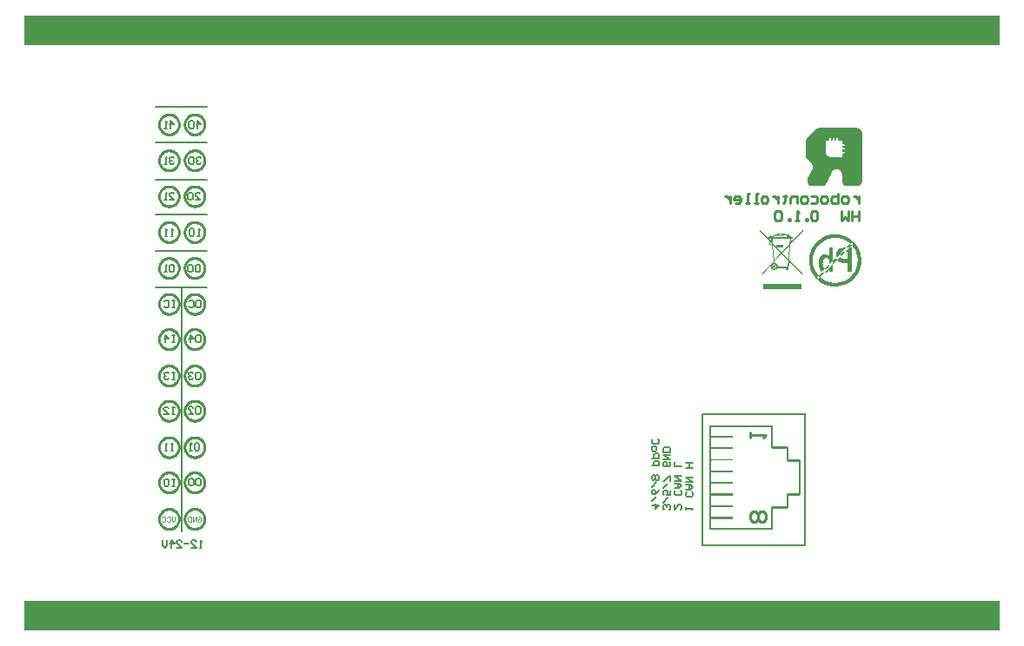
<source format=gbo>
%FSTAX25Y25*%
%MOIN*%
%SFA1B1*%

%IPPOS*%
%ADD56C,0.010000*%
%ADD71C,0.001000*%
%ADD75C,0.007090*%
%ADD76R,3.740160X0.118110*%
%ADD119C,0.002000*%
%ADD120C,0.004720*%
%LNrobocontroller-1*%
%LPD*%
G36*
X0311638Y-0084061D02*
X0312365Y-0084157D01*
X031269Y-0084214*
X0313015Y-0084272*
X0313321Y-0084348*
X0313608Y-0084425*
X0313857Y-0084501*
X0314087Y-0084578*
X0314278Y-0084635*
X031445Y-0084693*
X0314584Y-008475*
X0314699Y-0084788*
X0314756Y-0084807*
X0314775Y-0084827*
X0315445Y-0085152*
X0316057Y-0085496*
X0316612Y-008586*
X031686Y-0086032*
X0317071Y-0086204*
X0317281Y-0086357*
X0317473Y-008651*
X0317625Y-0086644*
X0317759Y-0086759*
X0317874Y-0086854*
X0317951Y-0086931*
X0317989Y-0086969*
X0318008Y-0086988*
X0318486Y-0087505*
X0318926Y-008806*
X031929Y-0088595*
X0319596Y-0089093*
X031973Y-0089303*
X0319845Y-0089513*
X031994Y-0089705*
X0320017Y-0089858*
X0320093Y-0089992*
X0320132Y-0090087*
X0320151Y-0090145*
X032017Y-0090164*
X0320419Y-0090852*
X032061Y-0091541*
X0320744Y-0092192*
X0320801Y-0092498*
X0320839Y-0092804*
X0320878Y-0093072*
X0320897Y-0093301*
X0320916Y-0093531*
Y-0093703*
X0320935Y-0093856*
Y-0093971*
Y-0094047*
Y-0094066*
X0320897Y-0094813*
X032082Y-0095539*
X0320763Y-0095865*
X0320686Y-009619*
X0320629Y-0096496*
X0320552Y-0096783*
X0320476Y-0097031*
X0320419Y-0097261*
X0320342Y-0097452*
X0320285Y-0097625*
X0320246Y-0097759*
X0320208Y-0097873*
X032017Y-0097931*
Y-009795*
X0319845Y-0098619*
X03195Y-0099231*
X0319137Y-0099786*
X0318965Y-0100035*
X0318793Y-0100245*
X0318639Y-0100456*
X0318486Y-0100647*
X0318353Y-01008*
X0318238Y-0100934*
X0318142Y-0101049*
X0318066Y-0101125*
X0318027Y-0101164*
X0318008Y-0101183*
X0317473Y-0101661*
X0316918Y-0102101*
X0316382Y-0102464*
X0315885Y-010277*
X0315655Y-0102904*
X0315445Y-0103019*
X0315253Y-0103096*
X03151Y-0103191*
X0314967Y-0103249*
X0314871Y-0103287*
X0314813Y-0103325*
X0314794*
X0314106Y-0103574*
X0313417Y-0103765*
X0312767Y-0103899*
X031246Y-0103957*
X0312154Y-0103995*
X0311887Y-0104033*
X0311638Y-0104052*
X0311427Y-0104071*
X0311236*
X0311102Y-010409*
X0310892*
X0310127Y-0104052*
X0309419Y-0103976*
X0308749Y-0103842*
X0308462Y-0103784*
X0308175Y-0103708*
X0307908Y-0103631*
X0307678Y-0103574*
X0307487Y-0103498*
X0307314Y-010344*
X0307181Y-0103402*
X0307066Y-0103364*
X0307008Y-0103325*
X0306989*
X030632Y-0103019*
X0305708Y-0102675*
X0305421Y-0102484*
X0305172Y-0102311*
X0304923Y-0102139*
X0304694Y-0101967*
X0304502Y-0101814*
X0304311Y-0101661*
X0304158Y-0101527*
X0304024Y-0101412*
X0303928Y-0101317*
X0303852Y-010124*
X0303814Y-0101202*
X0303795Y-0101183*
X0303316Y-0100647*
X0302895Y-0100092*
X0302513Y-0099557*
X0302207Y-0099059*
X0302092Y-009883*
X0301977Y-0098619*
X0301882Y-0098428*
X0301786Y-0098275*
X0301729Y-0098141*
X030169Y-0098045*
X0301652Y-0097988*
Y-0097969*
X0301384Y-009728*
X0301193Y-0096592*
X030104Y-0095941*
X0300982Y-0095635*
X0300944Y-0095329*
X0300906Y-0095061*
X0300887Y-0094813*
X0300868Y-0094602*
Y-0094411*
X0300849Y-0094277*
Y-0094162*
Y-0094086*
Y-0094066*
X0300887Y-0093301*
X0300982Y-0092574*
X030104Y-009223*
X0301097Y-0091924*
X0301174Y-0091618*
X030125Y-0091331*
X0301327Y-0091082*
X0301403Y-0090852*
X0301461Y-0090642*
X0301518Y-0090489*
X0301575Y-0090336*
X0301614Y-009024*
X0301633Y-0090183*
X0301652Y-0090164*
X0301977Y-0089513*
X0302322Y-0088901*
X0302666Y-0088366*
X0302857Y-0088117*
X030301Y-0087887*
X0303182Y-0087696*
X0303316Y-0087505*
X030345Y-0087352*
X0303565Y-0087237*
X0303661Y-0087122*
X0303737Y-0087046*
X0303775Y-0087007*
X0303795Y-0086988*
X0304311Y-0086491*
X0304847Y-008607*
X0305382Y-0085707*
X030588Y-0085381*
X0306109Y-0085267*
X030632Y-0085152*
X0306511Y-0085056*
X0306664Y-0084961*
X0306798Y-0084903*
X0306894Y-0084865*
X0306951Y-0084827*
X030697*
X0307659Y-0084559*
X0308348Y-0084368*
X0309017Y-0084214*
X0309323Y-0084157*
X030961Y-0084119*
X0309897Y-008408*
X0310127Y-0084061*
X0310356Y-0084042*
X0310528*
X0310681Y-0084023*
X0310892*
X0311638Y-0084061*
G37*
G36*
X0298494Y-0082829D02*
X0293787Y-008793D01*
X0293312Y-0093932*
X029833Y-0099082*
X0298051Y-0099328*
X0293263Y-0094424*
X029318Y-0095556*
X0293148Y-0095867*
X0293131Y-0096015*
Y-009613*
X0293115Y-0096228*
Y-009631*
Y-0096359*
Y-0096376*
Y-0096507*
X0293098Y-0096605*
Y-0096671*
Y-0096737*
X0293082Y-0096769*
Y-0096786*
Y-0096802*
X0293066Y-0096884*
X0293033Y-009695*
X0293017Y-0096983*
X0293Y-0096999*
X0292951Y-0097032*
X0292918Y-0097048*
X0292885Y-0097065*
Y-0097688*
X0292065*
Y-0097065*
X0288687*
X0288523Y-0097278*
X0288342Y-0097442*
X0288146Y-0097557*
X0287949Y-0097639*
X0287785Y-0097688*
X0287637Y-0097704*
X0287539Y-0097721*
X0287506*
X0287309Y-0097704*
X0287129Y-0097655*
X0286965Y-0097589*
X0286817Y-0097524*
X0286702Y-0097458*
X028662Y-0097393*
X0286571Y-0097343*
X0286555Y-0097327*
X0286424Y-0097179*
X0286325Y-0097015*
X0286243Y-0096851*
X0286194Y-0096687*
X0286161Y-0096556*
X0286145Y-0096458*
Y-0096392*
Y-0096359*
Y-0096195*
X0283193Y-0099393*
X0282865Y-0099131*
X0287211Y-0094424*
X028662Y-0088225*
X0285489*
Y-0086569*
X0285538*
X028193Y-0082879*
Y-0082288*
X0286128Y-0086569*
X0286473*
X0286407Y-0085765*
X0286309Y-0085814*
X028621Y-0085847*
X0286145Y-0085863*
X0286112*
X0286014Y-0085847*
X0285915Y-0085831*
X0285768Y-0085765*
X0285669Y-0085716*
X0285636Y-0085683*
X0285571Y-0085601*
X0285522Y-0085535*
X0285456Y-0085371*
Y-0085322*
X028544Y-0085273*
Y-008524*
Y-0085224*
X0285456Y-0085125*
X0285472Y-0085043*
X0285538Y-0084896*
X028562Y-0084814*
X0285636Y-0084781*
X0285653*
X0285735Y-0084715*
X0285801Y-0084666*
X0285948Y-0084601*
X0286014*
X0286063Y-0084584*
X0286112*
X0286227Y-0084601*
X0286325Y-008465*
X0286489Y-0084748*
X0286588Y-008483*
X0286604Y-0084863*
X028662Y-0084879*
X0286719Y-0084781*
X0286817Y-0084683*
X0287047Y-0084519*
X0287162Y-0084453*
X0287244Y-0084404*
X0287309Y-0084371*
X0287326Y-0084355*
X0287523Y-0084256*
X0287752Y-0084174*
X0287998Y-0084109*
X0288228Y-0084059*
X0288441Y-008401*
X0288621Y-0083977*
X0288687*
X0288736Y-0083961*
X0288785*
Y-0083748*
X0291065*
Y-0083879*
X0291311Y-0083912*
X0291524Y-0083928*
X0291622Y-0083945*
X0291688*
X0291721Y-0083961*
X0291737*
X029195Y-0083994*
X0292147Y-0084027*
X0292213*
X0292262Y-0084043*
X0292311*
Y-0083977*
X0293148*
Y-0084305*
X0293361Y-008442*
X0293525Y-0084535*
X0293656Y-0084633*
X0293755Y-0084732*
X0293836Y-0084814*
X0293886Y-0084879*
X0293902Y-0084912*
X0293918Y-0084929*
X0293968Y-0085027*
X0294017Y-0085109*
X029405Y-0085175*
X0294082Y-0085207*
X0294099Y-0085257*
X0294115Y-0085273*
X0294607*
Y-0085781*
X0293968*
X0293836Y-0087225*
X0298494Y-0082173*
Y-0082829*
G37*
G36*
X029792Y-0105166D02*
X0283406D01*
Y-0103001*
X029792*
Y-0105166*
G37*
%LNrobocontroller-2*%
%LPC*%
G36*
X03173Y-0087046D02*
X0316674Y-0087672D01*
X0317013Y-0087983*
X0317033Y-0088002*
X0317071Y-008804*
X0317128Y-0088098*
X0317205Y-0088194*
X0317272Y-0088261*
X031627Y-0089265*
X0317224*
Y-0098562*
X0315636*
Y-0095023*
X0314201*
X0313857Y-0095004*
X0313551Y-0094985*
X0313321Y-0094965*
X0313149Y-0094946*
X0313034Y-0094927*
X0312958Y-0094908*
X0312939*
X0312614Y-0094774*
X031248Y-0094717*
X0312365Y-009464*
X0312269Y-0094564*
X0312193Y-0094525*
X0312154Y-0094487*
X0312135Y-0094468*
X0311982Y-0094334*
X0311848Y-0094181*
X0311734Y-0094028*
X0311642Y-0093899*
X0310146Y-0095397*
Y-0098562*
X0308749*
Y-0097567*
X0308596Y-0097778*
X0308462Y-009795*
X0308328Y-0098084*
X0308194Y-0098218*
X030808Y-0098313*
X0308003Y-0098371*
X0307946Y-0098409*
X0307927Y-0098428*
X0307754Y-0098524*
X0307563Y-00986*
X030741Y-0098638*
X0307257Y-0098677*
X0307142Y-0098696*
X0307028Y-0098715*
X0306833*
X0305082Y-0100468*
X0305229Y-0100609*
X0305708Y-0100972*
X0306167Y-0101278*
X0306588Y-0101546*
X0306779Y-0101661*
X030697Y-0101757*
X0307123Y-0101833*
X0307257Y-010191*
X0307372Y-0101948*
X0307448Y-0101986*
X0307506Y-0102024*
X0307525*
X0308118Y-0102254*
X0308711Y-0102407*
X0309285Y-0102522*
X0309801Y-0102618*
X0310031Y-0102637*
X0310241Y-0102656*
X0310433Y-0102675*
X0310586*
X031072Y-0102694*
X0310892*
X0311542Y-0102656*
X0312174Y-0102579*
X0312747Y-0102484*
X0312996Y-0102426*
X0313245Y-010235*
X0313455Y-0102292*
X0313666Y-0102235*
X0313838Y-0102178*
X0313991Y-010212*
X0314106Y-0102082*
X0314182Y-0102044*
X031424Y-0102024*
X0314259*
X0314832Y-0101757*
X0315349Y-0101451*
X0315827Y-0101145*
X0316229Y-0100857*
X0316401Y-0100724*
X0316554Y-010059*
X0316688Y-0100475*
X0316803Y-0100379*
X0316899Y-0100303*
X0316956Y-0100245*
X0316994Y-0100207*
X0317013Y-0100188*
X0317434Y-0099729*
X0317798Y-009927*
X0318104Y-0098811*
X0318372Y-0098371*
X0318486Y-0098179*
X0318582Y-0097988*
X0318659Y-0097835*
X0318735Y-0097701*
X0318773Y-0097586*
X0318812Y-009751*
X031885Y-0097452*
Y-0097433*
X0319079Y-009684*
X0319233Y-0096228*
X0319347Y-0095673*
X0319443Y-0095157*
X0319462Y-0094927*
X0319481Y-0094717*
X03195Y-0094525*
Y-0094372*
X0319519Y-0094239*
Y-0094143*
Y-0094086*
Y-0094066*
X0319481Y-0093416*
X0319405Y-0092785*
X0319309Y-009223*
X0319252Y-0091962*
X0319175Y-0091733*
X0319118Y-0091503*
X031906Y-0091312*
X0319003Y-009114*
X0318946Y-0090987*
X0318907Y-0090872*
X0318869Y-0090795*
X031885Y-0090738*
Y-0090719*
X0318582Y-0090145*
X0318276Y-0089628*
X031797Y-008915*
X0317683Y-0088748*
X0317549Y-0088576*
X0317415Y-0088423*
X03173Y-0088289*
X0317272Y-0088261*
X0317874Y-0087658*
X03173Y-0087046*
G37*
G36*
X0311064Y-0085439D02*
X0310892D01*
X0310241Y-0085477*
X030961Y-0085553*
X0309036Y-0085649*
X0308787Y-0085726*
X0308539Y-0085783*
X0308328Y-008584*
X0308118Y-0085917*
X0307946Y-0085974*
X0307793Y-0086013*
X0307678Y-008607*
X0307601Y-0086089*
X0307544Y-0086127*
X0307525*
X0306951Y-0086395*
X0306434Y-0086701*
X0305956Y-0087007*
X0305555Y-0087313*
X0305382Y-0087447*
X0305229Y-0087581*
X0305095Y-0087696*
X0305Y-0087792*
X0304904Y-0087868*
X0304847Y-0087926*
X0304808Y-0087964*
X0304789Y-0087983*
X0304388Y-0088423*
X0304024Y-0088901*
X0303699Y-008936*
X0303431Y-0089781*
X0303335Y-0089973*
X030324Y-0090164*
X0303144Y-0090317*
X0303087Y-0090451*
X0303029Y-0090566*
X0302991Y-0090642*
X0302953Y-0090699*
Y-0090719*
X0302723Y-0091312*
X0302551Y-0091905*
X0302436Y-0092459*
X0302341Y-0092976*
X0302322Y-0093205*
X0302302Y-0093416*
X0302283Y-0093607*
Y-009376*
X0302264Y-0093894*
Y-009399*
Y-0094047*
Y-0094066*
X0302302Y-0094717*
X0302379Y-0095348*
X0302475Y-0095922*
X0302551Y-0096171*
X0302608Y-0096419*
X0302666Y-009663*
X0302742Y-009684*
X03028Y-0097012*
X0302838Y-0097165*
X0302895Y-009728*
X0302915Y-0097357*
X0302953Y-0097414*
Y-0097433*
X0303221Y-0098007*
X0303527Y-0098524*
X0303833Y-0099002*
X030412Y-0099404*
X0304273Y-0099576*
X0304388Y-0099729*
X0304502Y-0099862*
X0305957Y-0098405*
X0306014Y-0098447*
X0306301Y-0098581*
X0306607Y-0098677*
X0306779Y-0098715*
X0306833*
X0310146Y-0095397*
Y-009421*
X0311306Y-0093049*
X0311313Y-0093091*
X0311389Y-0093339*
X0311466Y-0093569*
X0311485Y-0093588*
X0311504Y-0093665*
X0311561Y-009376*
X0311638Y-0093894*
X0311642Y-0093899*
X0312905Y-0092634*
X0312881Y-0092574*
X0312862Y-009244*
X0312843Y-0092153*
Y-0092134*
Y-0092077*
X0312862Y-0092*
Y-0091886*
X03129Y-0091752*
X0312939Y-0091599*
X0312977Y-0091446*
X0313047Y-0091305*
X0313173Y-0091179*
X0313226Y-009114*
X0313321Y-0091063*
X0313455Y-0091006*
X0313589Y-0090948*
X0313742Y-009091*
X0313761Y-0090891*
X0313838Y-0090872*
X0313972Y-0090852*
X0314684*
X031627Y-0089265*
X0315084*
X0313173Y-0091179*
X0313149Y-0091197*
X0313092Y-0091254*
X0313073Y-0091273*
X0313053Y-0091293*
X0313047Y-0091305*
X0311306Y-0093049*
X0311274Y-0092861*
X0311255Y-0092632*
X0311236Y-0092421*
X0311217Y-0092268*
Y-0092153*
Y-0092115*
X0311236Y-0091733*
X0311294Y-0091388*
X0311351Y-0091082*
X0311427Y-0090814*
X0311523Y-0090604*
X031158Y-0090451*
X0311638Y-0090355*
X0311657Y-0090317*
X0311829Y-0090087*
X0312001Y-0089877*
X0312193Y-0089724*
X0312384Y-0089609*
X0312537Y-0089513*
X0312671Y-0089456*
X0312747Y-0089437*
X0312786Y-0089418*
X0312881Y-0089399*
X0312977Y-008936*
X0313245Y-0089322*
X031357Y-0089303*
X0313876Y-0089284*
X0314182Y-0089265*
X0315084*
X0316674Y-0087672*
X0316554Y-0087562*
X0316095Y-0087199*
X0315636Y-0086874*
X0315196Y-0086625*
X0315005Y-008651*
X0314813Y-0086414*
X031466Y-0086319*
X0314527Y-0086261*
X0314412Y-0086204*
X0314335Y-0086166*
X0314278Y-0086127*
X0314259*
X0313666Y-0085898*
X0313053Y-0085726*
X0312499Y-0085611*
X0311982Y-0085515*
X0311753Y-0085496*
X0311542Y-0085477*
X0311351Y-0085458*
X0311198*
X0311064Y-0085439*
G37*
G36*
X0315636Y-0090852D02*
X0314684D01*
X0312905Y-0092634*
X0312919Y-009267*
X0312939Y-0092746*
X0312977Y-0092804*
X0312996Y-0092842*
Y-0092861*
X0313168Y-0093072*
X031334Y-0093205*
X0313417Y-0093263*
X0313474Y-0093301*
X0313513Y-009332*
X0313532*
X0313647Y-0093359*
X0313819Y-0093397*
X0314029Y-0093416*
X031424Y-0093435*
X031445Y-0093454*
X0315636*
Y-0090852*
G37*
G36*
X0304502Y-0099862D02*
X030389Y-0100475D01*
X0304483Y-0101068*
X0305082Y-0100468*
X0304789Y-0100188*
X030477Y-0100169*
X0304732Y-0100131*
X0304675Y-0100073*
X0304598Y-0099978*
X0304502Y-0099863*
Y-0099862*
G37*
G36*
X0293525Y-0085781D02*
X0286834D01*
X0286883Y-0086569*
X0287112*
Y-0087602*
X0288261Y-008875*
Y-0088209*
X0291114*
Y-0089143*
X0288621*
X0290409Y-009098*
X0293361Y-0087766*
X0293525Y-0085781*
G37*
G36*
X0285915Y-0086946D02*
Y-0087848D01*
X0286571*
Y-0087618*
X0285915Y-0086946*
G37*
G36*
X0290425Y-0091538D02*
X0287604Y-0094588D01*
X0287654Y-0095015*
X028785Y-0095047*
X0288015Y-0095097*
X0288178Y-0095162*
X028831Y-0095244*
X0288408Y-009531*
X028849Y-0095359*
X0288539Y-0095408*
X0288556Y-0095425*
X028867Y-0095572*
X0288753Y-009572*
X0288818Y-0095884*
X0288851Y-0096031*
X0288884Y-0096163*
X02889Y-0096261*
Y-0096327*
Y-0096359*
Y-0096441*
Y-0096458*
Y-0096474*
X0288884Y-009654*
Y-0096556*
Y-0096573*
X0292639*
X029282Y-0094031*
X0290425Y-0091538*
G37*
G36*
X0287555Y-0095605D02*
X0287506D01*
X0287391Y-0095621*
X0287309Y-0095638*
X0287145Y-009572*
X028708Y-0095769*
X0287031Y-0095802*
X0287014Y-0095818*
X0286998Y-0095835*
X0286932Y-0095917*
X0286866Y-0095999*
X0286817Y-0096179*
X0286801Y-0096245*
X0286785Y-009631*
Y-0096343*
Y-0096359*
X0286801Y-0096474*
X0286817Y-0096573*
X0286883Y-0096737*
X0286932Y-0096802*
X0286965Y-0096835*
X0286981Y-0096868*
X0286998Y-0096884*
X028708Y-009695*
X0287162Y-0096999*
X0287326Y-0097065*
X0287408Y-0097081*
X0287457Y-0097097*
X0287506*
X0287621Y-0097081*
X0287719Y-0097065*
X02879Y-0096983*
X0287965Y-009695*
X0287998Y-0096917*
X0288031Y-0096901*
X0288047Y-0096884*
X0288113Y-0096802*
X0288162Y-0096704*
X0288228Y-009654*
X0288244Y-0096458*
X0288261Y-0096409*
Y-0096376*
Y-0096359*
X0288244Y-0096245*
X0288228Y-0096146*
X0288146Y-0095982*
X0288096Y-0095917*
X0288064Y-0095867*
X0288047Y-0095851*
X0288031Y-0095835*
X0287949Y-0095753*
X028785Y-0095703*
X0287686Y-0095638*
X0287604Y-0095621*
X0287555Y-0095605*
G37*
G36*
X0293312Y-0088438D02*
X0290688Y-0091259D01*
X0292885Y-0093489*
X0293312Y-0088438*
G37*
G36*
X0287112Y-0088159D02*
Y-0088225D01*
X0287063*
X0287555Y-0094031*
X0290146Y-0091259*
X0287112Y-0088159*
G37*
G36*
X0293164Y-008483D02*
X0293148D01*
Y-0085273*
X029359*
X0293574Y-0085224*
X0293541Y-0085158*
X0293525Y-0085109*
X0293509Y-0085093*
X029341Y-0084994*
X0293295Y-0084912*
X0293197Y-0084847*
X0293164Y-008483*
G37*
G36*
X0290638Y-0084125D02*
X0289179D01*
Y-0084469*
X0290638*
Y-0084125*
G37*
G36*
X029118Y-0084355D02*
X0291065D01*
Y-008483*
X0288785*
Y-0084404*
X0288572Y-0084437*
X0288375Y-0084486*
X0288211Y-0084519*
X0288064Y-0084551*
X0287949Y-0084584*
X0287867Y-0084617*
X0287818Y-0084633*
X0287801*
X028767Y-0084683*
X0287555Y-0084715*
X0287457Y-0084765*
X0287375Y-0084797*
X0287309Y-008483*
X028726Y-0084863*
X0287244Y-0084879*
X0287227*
X0287096Y-0084978*
X0287014Y-0085043*
X0286965Y-0085109*
X0286948Y-0085125*
X0286899Y-0085191*
X0286866Y-008524*
X028685Y-0085257*
Y-0085273*
X0292311*
Y-0084519*
X0292114Y-0084469*
X0291901Y-0084437*
X0291688Y-0084404*
X0291491Y-0084387*
X0291327Y-0084371*
X029118Y-0084355*
G37*
%LNrobocontroller-3*%
%LPD*%
G36*
X0310146Y-009421D02*
X030866Y-0095698D01*
X0308634Y-0095865*
X0308577Y-0096132*
X0308501Y-0096381*
X0308405Y-0096611*
X0308386Y-0096649*
X0308328Y-0096725*
X0308252Y-009684*
X0308137Y-0096974*
X0307984Y-0097108*
X0307793Y-0097223*
X0307582Y-009728*
X0307334Y-0097299*
X0307257*
X0307161Y-009728*
X0307103Y-0097257*
X0305957Y-0098405*
X0305784Y-0098275*
X0305574Y-0098103*
X030544Y-009795*
X0305344Y-0097835*
X0305306Y-0097816*
Y-0097797*
X0305076Y-0097414*
X0304904Y-0096993*
X030477Y-0096534*
X0304694Y-0096113*
X0304636Y-0095731*
X0304617Y-0095559*
Y-0095425*
X0304598Y-009531*
Y-0095214*
Y-0095157*
Y-0095138*
Y-0094832*
X0304636Y-0094545*
X0304655Y-0094258*
X0304713Y-0094009*
X0304751Y-0093779*
X0304808Y-0093569*
X0304885Y-0093378*
X0304942Y-0093205*
X0305Y-0093053*
X0305076Y-0092919*
X0305134Y-0092804*
X0305172Y-0092727*
X0305229Y-0092651*
X0305248Y-0092593*
X0305287Y-0092574*
Y-0092555*
X0305421Y-0092402*
X0305555Y-0092268*
X0305822Y-0092039*
X0306109Y-0091886*
X0306377Y-009179*
X0306607Y-0091713*
X0306798Y-0091694*
X0306874Y-0091675*
X0307142*
X0307314Y-0091713*
X030764Y-0091809*
X0307927Y-0091962*
X0308175Y-0092134*
X0308367Y-0092306*
X030852Y-0092459*
X0308615Y-0092574*
X0308654Y-0092593*
Y-0089265*
X0310146*
Y-009421*
G37*
G36*
X0287637Y-0095917D02*
X0287752Y-0095966D01*
X0287834Y-0096015*
X0287867Y-0096031*
X0287949Y-009613*
X0287998Y-0096245*
X0288015Y-0096327*
Y-0096343*
Y-0096359*
X0287998Y-0096491*
X0287932Y-0096605*
X0287883Y-0096671*
X0287867Y-0096704*
X0287736Y-0096786*
X0287621Y-0096835*
X0287539Y-0096851*
X0287506*
X0287358Y-0096819*
X0287244Y-0096753*
X0287178Y-0096671*
X0287112Y-0096589*
X028708Y-0096507*
X0287063Y-0096425*
Y-0096376*
Y-0096359*
X028708Y-0096228*
X0287129Y-0096113*
X0287178Y-0096048*
X0287194Y-0096031*
X0287293Y-0095949*
X0287391Y-0095917*
X0287473Y-00959*
X0287506*
X0287637Y-0095917*
G37*
%LNrobocontroller-4*%
%LPC*%
G36*
X0307487Y-0093072D02*
X0307391D01*
X0307181Y-0093091*
X0307008Y-0093148*
X0306855Y-0093225*
X0306741Y-0093301*
X0306645Y-0093397*
X0306568Y-0093473*
X030653Y-0093531*
X0306511Y-009355*
X0306377Y-009376*
X0306281Y-0094028*
X0306224Y-0094296*
X0306167Y-0094564*
X0306148Y-0094813*
X0306128Y-0095023*
Y-0095099*
Y-0095157*
Y-0095195*
Y-0095214*
X0306148Y-0095616*
X0306205Y-0095941*
X0306262Y-0096228*
X030632Y-0096438*
X0306396Y-0096611*
X0306454Y-0096706*
X0306492Y-0096783*
X0306511Y-0096802*
X0306645Y-0096974*
X0306798Y-0097089*
X0306932Y-0097185*
X0307066Y-0097242*
X0307103Y-0097257*
X030866Y-0095698*
X0308673Y-0095616*
X0308692Y-0095386*
X0308711Y-0095195*
Y-0095118*
Y-0095061*
Y-0095042*
Y-0095023*
X0308692Y-0094678*
X0308654Y-0094372*
X0308577Y-0094124*
X0308501Y-0093913*
X0308424Y-009376*
X0308348Y-0093646*
X0308309Y-0093569*
X030829Y-009355*
X0308175Y-0093397*
X0308041Y-0093282*
X0307888Y-0093186*
X0307735Y-0093129*
X0307601Y-0093091*
X0307487Y-0093072*
G37*
%LNrobocontroller-5*%
%LPD*%
G54D56*
X0059242Y-0041929D02*
D01*
X0059232Y-0041661*
X0059204Y-0041396*
X0059158Y-0041133*
X0059093Y-0040873*
X0059011Y-0040619*
X0058911Y-0040372*
X0058793Y-0040131*
X005866Y-00399*
X005851Y-0039678*
X0058346Y-0039468*
X0058167Y-0039269*
X0057975Y-0039084*
X005777Y-0038912*
X0057554Y-0038755*
X0057328Y-0038613*
X0057092Y-0038488*
X0056847Y-0038379*
X0056596Y-0038288*
X005634Y-0038214*
X0056078Y-0038159*
X0055814Y-0038121*
X0055547Y-0038103*
X005528*
X0055013Y-0038121*
X0054749Y-0038159*
X0054487Y-0038214*
X0054231Y-0038288*
X005398Y-0038379*
X0053735Y-0038488*
X0053499Y-0038613*
X0053273Y-0038755*
X0053057Y-0038912*
X0052852Y-0039084*
X005266Y-0039269*
X0052481Y-0039468*
X0052317Y-0039678*
X0052167Y-00399*
X0052034Y-0040131*
X0051916Y-0040372*
X0051816Y-0040619*
X0051734Y-0040873*
X0051669Y-0041133*
X0051623Y-0041396*
X0051595Y-0041661*
X0051586Y-0041929*
X0051595Y-0042196*
X0051623Y-0042461*
X0051669Y-0042724*
X0051734Y-0042984*
X0051816Y-0043238*
X0051916Y-0043485*
X0052034Y-0043726*
X0052167Y-0043957*
X0052317Y-0044179*
X0052481Y-0044389*
X005266Y-0044588*
X0052852Y-0044773*
X0053057Y-0044945*
X0053273Y-0045102*
X00535Y-0045244*
X0053735Y-0045369*
X005398Y-0045478*
X0054231Y-0045569*
X0054487Y-0045643*
X0054749Y-0045698*
X0055013Y-0045736*
X005528Y-0045754*
X0055547*
X0055814Y-0045736*
X0056078Y-0045698*
X005634Y-0045643*
X0056596Y-0045569*
X0056847Y-0045478*
X0057092Y-0045369*
X0057328Y-0045244*
X0057554Y-0045102*
X005777Y-0044945*
X0057975Y-0044773*
X0058167Y-0044588*
X0058346Y-0044389*
X005851Y-0044179*
X005866Y-0043957*
X0058793Y-0043726*
X0058911Y-0043485*
X0059011Y-0043238*
X0059093Y-0042984*
X0059158Y-0042724*
X0059204Y-0042461*
X0059232Y-0042196*
X0059242Y-0041929*
X0069084D02*
D01*
X0069074Y-0041661*
X0069046Y-0041396*
X0069Y-0041133*
X0068935Y-0040873*
X0068853Y-0040619*
X0068753Y-0040372*
X0068635Y-0040131*
X0068502Y-00399*
X0068352Y-0039678*
X0068188Y-0039468*
X0068009Y-0039269*
X0067817Y-0039084*
X0067612Y-0038912*
X0067396Y-0038755*
X006717Y-0038613*
X0066934Y-0038488*
X0066689Y-0038379*
X0066438Y-0038288*
X0066182Y-0038214*
X006592Y-0038159*
X0065656Y-0038121*
X0065389Y-0038103*
X0065122*
X0064855Y-0038121*
X0064591Y-0038159*
X0064329Y-0038214*
X0064073Y-0038288*
X0063822Y-0038379*
X0063577Y-0038488*
X0063341Y-0038613*
X0063115Y-0038755*
X0062899Y-0038912*
X0062694Y-0039084*
X0062502Y-0039269*
X0062323Y-0039468*
X0062159Y-0039678*
X0062009Y-00399*
X0061876Y-0040131*
X0061758Y-0040372*
X0061658Y-0040619*
X0061576Y-0040873*
X0061511Y-0041133*
X0061465Y-0041396*
X0061437Y-0041661*
X0061428Y-0041929*
X0061437Y-0042196*
X0061465Y-0042461*
X0061511Y-0042724*
X0061576Y-0042984*
X0061658Y-0043238*
X0061758Y-0043485*
X0061876Y-0043726*
X0062009Y-0043957*
X0062159Y-0044179*
X0062323Y-0044389*
X0062502Y-0044588*
X0062694Y-0044773*
X0062899Y-0044945*
X0063115Y-0045102*
X0063342Y-0045244*
X0063577Y-0045369*
X0063822Y-0045478*
X0064073Y-0045569*
X0064329Y-0045643*
X0064591Y-0045698*
X0064855Y-0045736*
X0065122Y-0045754*
X0065389*
X0065656Y-0045736*
X006592Y-0045698*
X0066182Y-0045643*
X0066438Y-0045569*
X0066689Y-0045478*
X0066934Y-0045369*
X006717Y-0045244*
X0067396Y-0045102*
X0067612Y-0044945*
X0067817Y-0044773*
X0068009Y-0044588*
X0068188Y-0044389*
X0068352Y-0044179*
X0068502Y-0043957*
X0068635Y-0043726*
X0068753Y-0043485*
X0068853Y-0043238*
X0068935Y-0042984*
X0069Y-0042724*
X0069046Y-0042461*
X0069074Y-0042196*
X0069084Y-0041929*
X0059242Y-0055709D02*
D01*
X0059232Y-0055441*
X0059204Y-0055176*
X0059158Y-0054913*
X0059093Y-0054653*
X0059011Y-0054399*
X0058911Y-0054152*
X0058793Y-0053911*
X005866Y-005368*
X005851Y-0053458*
X0058346Y-0053248*
X0058167Y-0053049*
X0057975Y-0052864*
X005777Y-0052692*
X0057554Y-0052535*
X0057328Y-0052393*
X0057092Y-0052268*
X0056847Y-0052159*
X0056596Y-0052068*
X005634Y-0051994*
X0056078Y-0051939*
X0055814Y-0051901*
X0055547Y-0051883*
X005528*
X0055013Y-0051901*
X0054749Y-0051939*
X0054487Y-0051994*
X0054231Y-0052068*
X005398Y-0052159*
X0053735Y-0052268*
X0053499Y-0052393*
X0053273Y-0052535*
X0053057Y-0052692*
X0052852Y-0052864*
X005266Y-0053049*
X0052481Y-0053248*
X0052317Y-0053458*
X0052167Y-005368*
X0052034Y-0053911*
X0051916Y-0054152*
X0051816Y-0054399*
X0051734Y-0054653*
X0051669Y-0054913*
X0051623Y-0055176*
X0051595Y-0055441*
X0051586Y-0055709*
X0051595Y-0055976*
X0051623Y-0056241*
X0051669Y-0056504*
X0051734Y-0056764*
X0051816Y-0057018*
X0051916Y-0057265*
X0052034Y-0057506*
X0052167Y-0057737*
X0052317Y-0057959*
X0052481Y-0058169*
X005266Y-0058368*
X0052852Y-0058553*
X0053057Y-0058725*
X0053273Y-0058882*
X00535Y-0059024*
X0053735Y-0059149*
X005398Y-0059258*
X0054231Y-0059349*
X0054487Y-0059423*
X0054749Y-0059478*
X0055013Y-0059516*
X005528Y-0059534*
X0055547*
X0055814Y-0059516*
X0056078Y-0059478*
X005634Y-0059423*
X0056596Y-0059349*
X0056847Y-0059258*
X0057092Y-0059149*
X0057328Y-0059024*
X0057554Y-0058882*
X005777Y-0058725*
X0057975Y-0058553*
X0058167Y-0058368*
X0058346Y-0058169*
X005851Y-0057959*
X005866Y-0057737*
X0058793Y-0057506*
X0058911Y-0057265*
X0059011Y-0057018*
X0059093Y-0056764*
X0059158Y-0056504*
X0059204Y-0056241*
X0059232Y-0055976*
X0059242Y-0055709*
X0069084D02*
D01*
X0069074Y-0055441*
X0069046Y-0055176*
X0069Y-0054913*
X0068935Y-0054653*
X0068853Y-0054399*
X0068753Y-0054152*
X0068635Y-0053911*
X0068502Y-005368*
X0068352Y-0053458*
X0068188Y-0053248*
X0068009Y-0053049*
X0067817Y-0052864*
X0067612Y-0052692*
X0067396Y-0052535*
X006717Y-0052393*
X0066934Y-0052268*
X0066689Y-0052159*
X0066438Y-0052068*
X0066182Y-0051994*
X006592Y-0051939*
X0065656Y-0051901*
X0065389Y-0051883*
X0065122*
X0064855Y-0051901*
X0064591Y-0051939*
X0064329Y-0051994*
X0064073Y-0052068*
X0063822Y-0052159*
X0063577Y-0052268*
X0063341Y-0052393*
X0063115Y-0052535*
X0062899Y-0052692*
X0062694Y-0052864*
X0062502Y-0053049*
X0062323Y-0053248*
X0062159Y-0053458*
X0062009Y-005368*
X0061876Y-0053911*
X0061758Y-0054152*
X0061658Y-0054399*
X0061576Y-0054653*
X0061511Y-0054913*
X0061465Y-0055176*
X0061437Y-0055441*
X0061428Y-0055709*
X0061437Y-0055976*
X0061465Y-0056241*
X0061511Y-0056504*
X0061576Y-0056764*
X0061658Y-0057018*
X0061758Y-0057265*
X0061876Y-0057506*
X0062009Y-0057737*
X0062159Y-0057959*
X0062323Y-0058169*
X0062502Y-0058368*
X0062694Y-0058553*
X0062899Y-0058725*
X0063115Y-0058882*
X0063342Y-0059024*
X0063577Y-0059149*
X0063822Y-0059258*
X0064073Y-0059349*
X0064329Y-0059423*
X0064591Y-0059478*
X0064855Y-0059516*
X0065122Y-0059534*
X0065389*
X0065656Y-0059516*
X006592Y-0059478*
X0066182Y-0059423*
X0066438Y-0059349*
X0066689Y-0059258*
X0066934Y-0059149*
X006717Y-0059024*
X0067396Y-0058882*
X0067612Y-0058725*
X0067817Y-0058553*
X0068009Y-0058368*
X0068188Y-0058169*
X0068352Y-0057959*
X0068502Y-0057737*
X0068635Y-0057506*
X0068753Y-0057265*
X0068853Y-0057018*
X0068935Y-0056764*
X0069Y-0056504*
X0069046Y-0056241*
X0069074Y-0055976*
X0069084Y-0055709*
X0059242Y-0069488D02*
D01*
X0059232Y-006922*
X0059204Y-0068955*
X0059158Y-0068692*
X0059093Y-0068432*
X0059011Y-0068178*
X0058911Y-0067931*
X0058793Y-006769*
X005866Y-0067459*
X005851Y-0067237*
X0058346Y-0067027*
X0058167Y-0066828*
X0057975Y-0066643*
X005777Y-0066471*
X0057554Y-0066314*
X0057328Y-0066172*
X0057092Y-0066047*
X0056847Y-0065938*
X0056596Y-0065847*
X005634Y-0065773*
X0056078Y-0065718*
X0055814Y-006568*
X0055547Y-0065662*
X005528*
X0055013Y-006568*
X0054749Y-0065718*
X0054487Y-0065773*
X0054231Y-0065847*
X005398Y-0065938*
X0053735Y-0066047*
X0053499Y-0066172*
X0053273Y-0066314*
X0053057Y-0066471*
X0052852Y-0066643*
X005266Y-0066828*
X0052481Y-0067027*
X0052317Y-0067237*
X0052167Y-0067459*
X0052034Y-006769*
X0051916Y-0067931*
X0051816Y-0068178*
X0051734Y-0068432*
X0051669Y-0068692*
X0051623Y-0068955*
X0051595Y-006922*
X0051586Y-0069488*
X0051595Y-0069755*
X0051623Y-007002*
X0051669Y-0070283*
X0051734Y-0070543*
X0051816Y-0070797*
X0051916Y-0071044*
X0052034Y-0071285*
X0052167Y-0071516*
X0052317Y-0071738*
X0052481Y-0071948*
X005266Y-0072147*
X0052852Y-0072332*
X0053057Y-0072504*
X0053273Y-0072661*
X00535Y-0072803*
X0053735Y-0072928*
X005398Y-0073037*
X0054231Y-0073128*
X0054487Y-0073202*
X0054749Y-0073257*
X0055013Y-0073295*
X005528Y-0073313*
X0055547*
X0055814Y-0073295*
X0056078Y-0073257*
X005634Y-0073202*
X0056596Y-0073128*
X0056847Y-0073037*
X0057092Y-0072928*
X0057328Y-0072803*
X0057554Y-0072661*
X005777Y-0072504*
X0057975Y-0072332*
X0058167Y-0072147*
X0058346Y-0071948*
X005851Y-0071738*
X005866Y-0071516*
X0058793Y-0071285*
X0058911Y-0071044*
X0059011Y-0070797*
X0059093Y-0070543*
X0059158Y-0070283*
X0059204Y-007002*
X0059232Y-0069755*
X0059242Y-0069488*
X0069084D02*
D01*
X0069074Y-006922*
X0069046Y-0068955*
X0069Y-0068692*
X0068935Y-0068432*
X0068853Y-0068178*
X0068753Y-0067931*
X0068635Y-006769*
X0068502Y-0067459*
X0068352Y-0067237*
X0068188Y-0067027*
X0068009Y-0066828*
X0067817Y-0066643*
X0067612Y-0066471*
X0067396Y-0066314*
X006717Y-0066172*
X0066934Y-0066047*
X0066689Y-0065938*
X0066438Y-0065847*
X0066182Y-0065773*
X006592Y-0065718*
X0065656Y-006568*
X0065389Y-0065662*
X0065122*
X0064855Y-006568*
X0064591Y-0065718*
X0064329Y-0065773*
X0064073Y-0065847*
X0063822Y-0065938*
X0063577Y-0066047*
X0063341Y-0066172*
X0063115Y-0066314*
X0062899Y-0066471*
X0062694Y-0066643*
X0062502Y-0066828*
X0062323Y-0067027*
X0062159Y-0067237*
X0062009Y-0067459*
X0061876Y-006769*
X0061758Y-0067931*
X0061658Y-0068178*
X0061576Y-0068432*
X0061511Y-0068692*
X0061465Y-0068955*
X0061437Y-006922*
X0061428Y-0069488*
X0061437Y-0069755*
X0061465Y-007002*
X0061511Y-0070283*
X0061576Y-0070543*
X0061658Y-0070797*
X0061758Y-0071044*
X0061876Y-0071285*
X0062009Y-0071516*
X0062159Y-0071738*
X0062323Y-0071948*
X0062502Y-0072147*
X0062694Y-0072332*
X0062899Y-0072504*
X0063115Y-0072661*
X0063342Y-0072803*
X0063577Y-0072928*
X0063822Y-0073037*
X0064073Y-0073128*
X0064329Y-0073202*
X0064591Y-0073257*
X0064855Y-0073295*
X0065122Y-0073313*
X0065389*
X0065656Y-0073295*
X006592Y-0073257*
X0066182Y-0073202*
X0066438Y-0073128*
X0066689Y-0073037*
X0066934Y-0072928*
X006717Y-0072803*
X0067396Y-0072661*
X0067612Y-0072504*
X0067817Y-0072332*
X0068009Y-0072147*
X0068188Y-0071948*
X0068352Y-0071738*
X0068502Y-0071516*
X0068635Y-0071285*
X0068753Y-0071044*
X0068853Y-0070797*
X0068935Y-0070543*
X0069Y-0070283*
X0069046Y-007002*
X0069074Y-0069755*
X0069084Y-0069488*
X0059242Y-0083268D02*
D01*
X0059232Y-0083*
X0059204Y-0082735*
X0059158Y-0082472*
X0059093Y-0082212*
X0059011Y-0081958*
X0058911Y-0081711*
X0058793Y-008147*
X005866Y-0081239*
X005851Y-0081017*
X0058346Y-0080807*
X0058167Y-0080608*
X0057975Y-0080423*
X005777Y-0080251*
X0057554Y-0080094*
X0057328Y-0079952*
X0057092Y-0079827*
X0056847Y-0079718*
X0056596Y-0079627*
X005634Y-0079553*
X0056078Y-0079498*
X0055814Y-007946*
X0055547Y-0079442*
X005528*
X0055013Y-007946*
X0054749Y-0079498*
X0054487Y-0079553*
X0054231Y-0079627*
X005398Y-0079718*
X0053735Y-0079827*
X0053499Y-0079952*
X0053273Y-0080094*
X0053057Y-0080251*
X0052852Y-0080423*
X005266Y-0080608*
X0052481Y-0080807*
X0052317Y-0081017*
X0052167Y-0081239*
X0052034Y-008147*
X0051916Y-0081711*
X0051816Y-0081958*
X0051734Y-0082212*
X0051669Y-0082472*
X0051623Y-0082735*
X0051595Y-0083*
X0051586Y-0083268*
X0051595Y-0083535*
X0051623Y-00838*
X0051669Y-0084063*
X0051734Y-0084323*
X0051816Y-0084577*
X0051916Y-0084824*
X0052034Y-0085065*
X0052167Y-0085296*
X0052317Y-0085518*
X0052481Y-0085728*
X005266Y-0085927*
X0052852Y-0086112*
X0053057Y-0086284*
X0053273Y-0086441*
X00535Y-0086583*
X0053735Y-0086708*
X005398Y-0086817*
X0054231Y-0086908*
X0054487Y-0086982*
X0054749Y-0087037*
X0055013Y-0087075*
X005528Y-0087093*
X0055547*
X0055814Y-0087075*
X0056078Y-0087037*
X005634Y-0086982*
X0056596Y-0086908*
X0056847Y-0086817*
X0057092Y-0086708*
X0057328Y-0086583*
X0057554Y-0086441*
X005777Y-0086284*
X0057975Y-0086112*
X0058167Y-0085927*
X0058346Y-0085728*
X005851Y-0085518*
X005866Y-0085296*
X0058793Y-0085065*
X0058911Y-0084824*
X0059011Y-0084577*
X0059093Y-0084323*
X0059158Y-0084063*
X0059204Y-00838*
X0059232Y-0083535*
X0059242Y-0083268*
X0069084D02*
D01*
X0069074Y-0083*
X0069046Y-0082735*
X0069Y-0082472*
X0068935Y-0082212*
X0068853Y-0081958*
X0068753Y-0081711*
X0068635Y-008147*
X0068502Y-0081239*
X0068352Y-0081017*
X0068188Y-0080807*
X0068009Y-0080608*
X0067817Y-0080423*
X0067612Y-0080251*
X0067396Y-0080094*
X006717Y-0079952*
X0066934Y-0079827*
X0066689Y-0079718*
X0066438Y-0079627*
X0066182Y-0079553*
X006592Y-0079498*
X0065656Y-007946*
X0065389Y-0079442*
X0065122*
X0064855Y-007946*
X0064591Y-0079498*
X0064329Y-0079553*
X0064073Y-0079627*
X0063822Y-0079718*
X0063577Y-0079827*
X0063341Y-0079952*
X0063115Y-0080094*
X0062899Y-0080251*
X0062694Y-0080423*
X0062502Y-0080608*
X0062323Y-0080807*
X0062159Y-0081017*
X0062009Y-0081239*
X0061876Y-008147*
X0061758Y-0081711*
X0061658Y-0081958*
X0061576Y-0082212*
X0061511Y-0082472*
X0061465Y-0082735*
X0061437Y-0083*
X0061428Y-0083268*
X0061437Y-0083535*
X0061465Y-00838*
X0061511Y-0084063*
X0061576Y-0084323*
X0061658Y-0084577*
X0061758Y-0084824*
X0061876Y-0085065*
X0062009Y-0085296*
X0062159Y-0085518*
X0062323Y-0085728*
X0062502Y-0085927*
X0062694Y-0086112*
X0062899Y-0086284*
X0063115Y-0086441*
X0063342Y-0086583*
X0063577Y-0086708*
X0063822Y-0086817*
X0064073Y-0086908*
X0064329Y-0086982*
X0064591Y-0087037*
X0064855Y-0087075*
X0065122Y-0087093*
X0065389*
X0065656Y-0087075*
X006592Y-0087037*
X0066182Y-0086982*
X0066438Y-0086908*
X0066689Y-0086817*
X0066934Y-0086708*
X006717Y-0086583*
X0067396Y-0086441*
X0067612Y-0086284*
X0067817Y-0086112*
X0068009Y-0085927*
X0068188Y-0085728*
X0068352Y-0085518*
X0068502Y-0085296*
X0068635Y-0085065*
X0068753Y-0084824*
X0068853Y-0084577*
X0068935Y-0084323*
X0069Y-0084063*
X0069046Y-00838*
X0069074Y-0083535*
X0069084Y-0083268*
X0059242Y-0097047D02*
D01*
X0059232Y-0096779*
X0059204Y-0096514*
X0059158Y-0096251*
X0059093Y-0095991*
X0059011Y-0095737*
X0058911Y-009549*
X0058793Y-0095249*
X005866Y-0095018*
X005851Y-0094796*
X0058346Y-0094586*
X0058167Y-0094387*
X0057975Y-0094202*
X005777Y-009403*
X0057554Y-0093873*
X0057328Y-0093731*
X0057092Y-0093606*
X0056847Y-0093497*
X0056596Y-0093406*
X005634Y-0093332*
X0056078Y-0093277*
X0055814Y-0093239*
X0055547Y-0093221*
X005528*
X0055013Y-0093239*
X0054749Y-0093277*
X0054487Y-0093332*
X0054231Y-0093406*
X005398Y-0093497*
X0053735Y-0093606*
X0053499Y-0093731*
X0053273Y-0093873*
X0053057Y-009403*
X0052852Y-0094202*
X005266Y-0094387*
X0052481Y-0094586*
X0052317Y-0094796*
X0052167Y-0095018*
X0052034Y-0095249*
X0051916Y-009549*
X0051816Y-0095737*
X0051734Y-0095991*
X0051669Y-0096251*
X0051623Y-0096514*
X0051595Y-0096779*
X0051586Y-0097047*
X0051595Y-0097314*
X0051623Y-0097579*
X0051669Y-0097842*
X0051734Y-0098102*
X0051816Y-0098356*
X0051916Y-0098603*
X0052034Y-0098844*
X0052167Y-0099075*
X0052317Y-0099297*
X0052481Y-0099507*
X005266Y-0099706*
X0052852Y-0099891*
X0053057Y-0100063*
X0053273Y-010022*
X00535Y-0100362*
X0053735Y-0100487*
X005398Y-0100596*
X0054231Y-0100687*
X0054487Y-0100761*
X0054749Y-0100816*
X0055013Y-0100854*
X005528Y-0100872*
X0055547*
X0055814Y-0100854*
X0056078Y-0100816*
X005634Y-0100761*
X0056596Y-0100687*
X0056847Y-0100596*
X0057092Y-0100487*
X0057328Y-0100362*
X0057554Y-010022*
X005777Y-0100063*
X0057975Y-0099891*
X0058167Y-0099706*
X0058346Y-0099507*
X005851Y-0099297*
X005866Y-0099075*
X0058793Y-0098844*
X0058911Y-0098603*
X0059011Y-0098356*
X0059093Y-0098102*
X0059158Y-0097842*
X0059204Y-0097579*
X0059232Y-0097314*
X0059242Y-0097047*
X0069084D02*
D01*
X0069074Y-0096779*
X0069046Y-0096514*
X0069Y-0096251*
X0068935Y-0095991*
X0068853Y-0095737*
X0068753Y-009549*
X0068635Y-0095249*
X0068502Y-0095018*
X0068352Y-0094796*
X0068188Y-0094586*
X0068009Y-0094387*
X0067817Y-0094202*
X0067612Y-009403*
X0067396Y-0093873*
X006717Y-0093731*
X0066934Y-0093606*
X0066689Y-0093497*
X0066438Y-0093406*
X0066182Y-0093332*
X006592Y-0093277*
X0065656Y-0093239*
X0065389Y-0093221*
X0065122*
X0064855Y-0093239*
X0064591Y-0093277*
X0064329Y-0093332*
X0064073Y-0093406*
X0063822Y-0093497*
X0063577Y-0093606*
X0063341Y-0093731*
X0063115Y-0093873*
X0062899Y-009403*
X0062694Y-0094202*
X0062502Y-0094387*
X0062323Y-0094586*
X0062159Y-0094796*
X0062009Y-0095018*
X0061876Y-0095249*
X0061758Y-009549*
X0061658Y-0095737*
X0061576Y-0095991*
X0061511Y-0096251*
X0061465Y-0096514*
X0061437Y-0096779*
X0061428Y-0097047*
X0061437Y-0097314*
X0061465Y-0097579*
X0061511Y-0097842*
X0061576Y-0098102*
X0061658Y-0098356*
X0061758Y-0098603*
X0061876Y-0098844*
X0062009Y-0099075*
X0062159Y-0099297*
X0062323Y-0099507*
X0062502Y-0099706*
X0062694Y-0099891*
X0062899Y-0100063*
X0063115Y-010022*
X0063342Y-0100362*
X0063577Y-0100487*
X0063822Y-0100596*
X0064073Y-0100687*
X0064329Y-0100761*
X0064591Y-0100816*
X0064855Y-0100854*
X0065122Y-0100872*
X0065389*
X0065656Y-0100854*
X006592Y-0100816*
X0066182Y-0100761*
X0066438Y-0100687*
X0066689Y-0100596*
X0066934Y-0100487*
X006717Y-0100362*
X0067396Y-010022*
X0067612Y-0100063*
X0067817Y-0099891*
X0068009Y-0099706*
X0068188Y-0099507*
X0068352Y-0099297*
X0068502Y-0099075*
X0068635Y-0098844*
X0068753Y-0098603*
X0068853Y-0098356*
X0068935Y-0098102*
X0069Y-0097842*
X0069046Y-0097579*
X0069074Y-0097314*
X0069084Y-0097047*
X0059242Y-0110827D02*
D01*
X0059232Y-0110559*
X0059204Y-0110294*
X0059158Y-0110031*
X0059093Y-0109771*
X0059011Y-0109517*
X0058911Y-010927*
X0058793Y-0109029*
X005866Y-0108798*
X005851Y-0108576*
X0058346Y-0108366*
X0058167Y-0108167*
X0057975Y-0107982*
X005777Y-010781*
X0057554Y-0107653*
X0057328Y-0107511*
X0057092Y-0107386*
X0056847Y-0107277*
X0056596Y-0107186*
X005634Y-0107112*
X0056078Y-0107057*
X0055814Y-0107019*
X0055547Y-0107001*
X005528*
X0055013Y-0107019*
X0054749Y-0107057*
X0054487Y-0107112*
X0054231Y-0107186*
X005398Y-0107277*
X0053735Y-0107386*
X0053499Y-0107511*
X0053273Y-0107653*
X0053057Y-010781*
X0052852Y-0107982*
X005266Y-0108167*
X0052481Y-0108366*
X0052317Y-0108576*
X0052167Y-0108798*
X0052034Y-0109029*
X0051916Y-010927*
X0051816Y-0109517*
X0051734Y-0109771*
X0051669Y-0110031*
X0051623Y-0110294*
X0051595Y-0110559*
X0051586Y-0110827*
X0051595Y-0111094*
X0051623Y-0111359*
X0051669Y-0111622*
X0051734Y-0111882*
X0051816Y-0112136*
X0051916Y-0112383*
X0052034Y-0112624*
X0052167Y-0112855*
X0052317Y-0113077*
X0052481Y-0113287*
X005266Y-0113486*
X0052852Y-0113671*
X0053057Y-0113843*
X0053273Y-0114*
X00535Y-0114142*
X0053735Y-0114267*
X005398Y-0114376*
X0054231Y-0114467*
X0054487Y-0114541*
X0054749Y-0114596*
X0055013Y-0114634*
X005528Y-0114652*
X0055547*
X0055814Y-0114634*
X0056078Y-0114596*
X005634Y-0114541*
X0056596Y-0114467*
X0056847Y-0114376*
X0057092Y-0114267*
X0057328Y-0114142*
X0057554Y-0114*
X005777Y-0113843*
X0057975Y-0113671*
X0058167Y-0113486*
X0058346Y-0113287*
X005851Y-0113077*
X005866Y-0112855*
X0058793Y-0112624*
X0058911Y-0112383*
X0059011Y-0112136*
X0059093Y-0111882*
X0059158Y-0111622*
X0059204Y-0111359*
X0059232Y-0111094*
X0059242Y-0110827*
X0069084D02*
D01*
X0069074Y-0110559*
X0069046Y-0110294*
X0069Y-0110031*
X0068935Y-0109771*
X0068853Y-0109517*
X0068753Y-010927*
X0068635Y-0109029*
X0068502Y-0108798*
X0068352Y-0108576*
X0068188Y-0108366*
X0068009Y-0108167*
X0067817Y-0107982*
X0067612Y-010781*
X0067396Y-0107653*
X006717Y-0107511*
X0066934Y-0107386*
X0066689Y-0107277*
X0066438Y-0107186*
X0066182Y-0107112*
X006592Y-0107057*
X0065656Y-0107019*
X0065389Y-0107001*
X0065122*
X0064855Y-0107019*
X0064591Y-0107057*
X0064329Y-0107112*
X0064073Y-0107186*
X0063822Y-0107277*
X0063577Y-0107386*
X0063341Y-0107511*
X0063115Y-0107653*
X0062899Y-010781*
X0062694Y-0107982*
X0062502Y-0108167*
X0062323Y-0108366*
X0062159Y-0108576*
X0062009Y-0108798*
X0061876Y-0109029*
X0061758Y-010927*
X0061658Y-0109517*
X0061576Y-0109771*
X0061511Y-0110031*
X0061465Y-0110294*
X0061437Y-0110559*
X0061428Y-0110827*
X0061437Y-0111094*
X0061465Y-0111359*
X0061511Y-0111622*
X0061576Y-0111882*
X0061658Y-0112136*
X0061758Y-0112383*
X0061876Y-0112624*
X0062009Y-0112855*
X0062159Y-0113077*
X0062323Y-0113287*
X0062502Y-0113486*
X0062694Y-0113671*
X0062899Y-0113843*
X0063115Y-0114*
X0063342Y-0114142*
X0063577Y-0114267*
X0063822Y-0114376*
X0064073Y-0114467*
X0064329Y-0114541*
X0064591Y-0114596*
X0064855Y-0114634*
X0065122Y-0114652*
X0065389*
X0065656Y-0114634*
X006592Y-0114596*
X0066182Y-0114541*
X0066438Y-0114467*
X0066689Y-0114376*
X0066934Y-0114267*
X006717Y-0114142*
X0067396Y-0114*
X0067612Y-0113843*
X0067817Y-0113671*
X0068009Y-0113486*
X0068188Y-0113287*
X0068352Y-0113077*
X0068502Y-0112855*
X0068635Y-0112624*
X0068753Y-0112383*
X0068853Y-0112136*
X0068935Y-0111882*
X0069Y-0111622*
X0069046Y-0111359*
X0069074Y-0111094*
X0069084Y-0110827*
Y-0124327D02*
D01*
X0069074Y-0124059*
X0069046Y-0123794*
X0069Y-0123531*
X0068935Y-0123271*
X0068853Y-0123017*
X0068753Y-012277*
X0068635Y-0122529*
X0068502Y-0122298*
X0068352Y-0122076*
X0068188Y-0121866*
X0068009Y-0121667*
X0067817Y-0121482*
X0067612Y-012131*
X0067396Y-0121153*
X006717Y-0121011*
X0066934Y-0120886*
X0066689Y-0120777*
X0066438Y-0120686*
X0066182Y-0120612*
X006592Y-0120557*
X0065656Y-0120519*
X0065389Y-0120501*
X0065122*
X0064855Y-0120519*
X0064591Y-0120557*
X0064329Y-0120612*
X0064073Y-0120686*
X0063822Y-0120777*
X0063577Y-0120886*
X0063341Y-0121011*
X0063115Y-0121153*
X0062899Y-012131*
X0062694Y-0121482*
X0062502Y-0121667*
X0062323Y-0121866*
X0062159Y-0122076*
X0062009Y-0122298*
X0061876Y-0122529*
X0061758Y-012277*
X0061658Y-0123017*
X0061576Y-0123271*
X0061511Y-0123531*
X0061465Y-0123794*
X0061437Y-0124059*
X0061428Y-0124327*
X0061437Y-0124594*
X0061465Y-0124859*
X0061511Y-0125122*
X0061576Y-0125382*
X0061658Y-0125636*
X0061758Y-0125883*
X0061876Y-0126124*
X0062009Y-0126355*
X0062159Y-0126577*
X0062323Y-0126787*
X0062502Y-0126986*
X0062694Y-0127171*
X0062899Y-0127343*
X0063115Y-01275*
X0063342Y-0127642*
X0063577Y-0127767*
X0063822Y-0127876*
X0064073Y-0127967*
X0064329Y-0128041*
X0064591Y-0128096*
X0064855Y-0128134*
X0065122Y-0128152*
X0065389*
X0065656Y-0128134*
X006592Y-0128096*
X0066182Y-0128041*
X0066438Y-0127967*
X0066689Y-0127876*
X0066934Y-0127767*
X006717Y-0127642*
X0067396Y-01275*
X0067612Y-0127343*
X0067817Y-0127171*
X0068009Y-0126986*
X0068188Y-0126787*
X0068352Y-0126577*
X0068502Y-0126355*
X0068635Y-0126124*
X0068753Y-0125883*
X0068853Y-0125636*
X0068935Y-0125382*
X0069Y-0125122*
X0069046Y-0124859*
X0069074Y-0124594*
X0069084Y-0124327*
X0059242D02*
D01*
X0059232Y-0124059*
X0059204Y-0123794*
X0059158Y-0123531*
X0059093Y-0123271*
X0059011Y-0123017*
X0058911Y-012277*
X0058793Y-0122529*
X005866Y-0122298*
X005851Y-0122076*
X0058346Y-0121866*
X0058167Y-0121667*
X0057975Y-0121482*
X005777Y-012131*
X0057554Y-0121153*
X0057328Y-0121011*
X0057092Y-0120886*
X0056847Y-0120777*
X0056596Y-0120686*
X005634Y-0120612*
X0056078Y-0120557*
X0055814Y-0120519*
X0055547Y-0120501*
X005528*
X0055013Y-0120519*
X0054749Y-0120557*
X0054487Y-0120612*
X0054231Y-0120686*
X005398Y-0120777*
X0053735Y-0120886*
X0053499Y-0121011*
X0053273Y-0121153*
X0053057Y-012131*
X0052852Y-0121482*
X005266Y-0121667*
X0052481Y-0121866*
X0052317Y-0122076*
X0052167Y-0122298*
X0052034Y-0122529*
X0051916Y-012277*
X0051816Y-0123017*
X0051734Y-0123271*
X0051669Y-0123531*
X0051623Y-0123794*
X0051595Y-0124059*
X0051586Y-0124327*
X0051595Y-0124594*
X0051623Y-0124859*
X0051669Y-0125122*
X0051734Y-0125382*
X0051816Y-0125636*
X0051916Y-0125883*
X0052034Y-0126124*
X0052167Y-0126355*
X0052317Y-0126577*
X0052481Y-0126787*
X005266Y-0126986*
X0052852Y-0127171*
X0053057Y-0127343*
X0053273Y-01275*
X00535Y-0127642*
X0053735Y-0127767*
X005398Y-0127876*
X0054231Y-0127967*
X0054487Y-0128041*
X0054749Y-0128096*
X0055013Y-0128134*
X005528Y-0128152*
X0055547*
X0055814Y-0128134*
X0056078Y-0128096*
X005634Y-0128041*
X0056596Y-0127967*
X0056847Y-0127876*
X0057092Y-0127767*
X0057328Y-0127642*
X0057554Y-01275*
X005777Y-0127343*
X0057975Y-0127171*
X0058167Y-0126986*
X0058346Y-0126787*
X005851Y-0126577*
X005866Y-0126355*
X0058793Y-0126124*
X0058911Y-0125883*
X0059011Y-0125636*
X0059093Y-0125382*
X0059158Y-0125122*
X0059204Y-0124859*
X0059232Y-0124594*
X0059242Y-0124327*
X0069084Y-0138327D02*
D01*
X0069074Y-0138059*
X0069046Y-0137794*
X0069Y-0137531*
X0068935Y-0137271*
X0068853Y-0137017*
X0068753Y-013677*
X0068635Y-0136529*
X0068502Y-0136298*
X0068352Y-0136076*
X0068188Y-0135866*
X0068009Y-0135667*
X0067817Y-0135482*
X0067612Y-013531*
X0067396Y-0135153*
X006717Y-0135011*
X0066934Y-0134886*
X0066689Y-0134777*
X0066438Y-0134686*
X0066182Y-0134612*
X006592Y-0134557*
X0065656Y-0134519*
X0065389Y-0134501*
X0065122*
X0064855Y-0134519*
X0064591Y-0134557*
X0064329Y-0134612*
X0064073Y-0134686*
X0063822Y-0134777*
X0063577Y-0134886*
X0063341Y-0135011*
X0063115Y-0135153*
X0062899Y-013531*
X0062694Y-0135482*
X0062502Y-0135667*
X0062323Y-0135866*
X0062159Y-0136076*
X0062009Y-0136298*
X0061876Y-0136529*
X0061758Y-013677*
X0061658Y-0137017*
X0061576Y-0137271*
X0061511Y-0137531*
X0061465Y-0137794*
X0061437Y-0138059*
X0061428Y-0138327*
X0061437Y-0138594*
X0061465Y-0138859*
X0061511Y-0139122*
X0061576Y-0139382*
X0061658Y-0139636*
X0061758Y-0139883*
X0061876Y-0140124*
X0062009Y-0140355*
X0062159Y-0140577*
X0062323Y-0140787*
X0062502Y-0140986*
X0062694Y-0141171*
X0062899Y-0141343*
X0063115Y-01415*
X0063342Y-0141642*
X0063577Y-0141767*
X0063822Y-0141876*
X0064073Y-0141967*
X0064329Y-0142041*
X0064591Y-0142096*
X0064855Y-0142134*
X0065122Y-0142152*
X0065389*
X0065656Y-0142134*
X006592Y-0142096*
X0066182Y-0142041*
X0066438Y-0141967*
X0066689Y-0141876*
X0066934Y-0141767*
X006717Y-0141642*
X0067396Y-01415*
X0067612Y-0141343*
X0067817Y-0141171*
X0068009Y-0140986*
X0068188Y-0140787*
X0068352Y-0140577*
X0068502Y-0140355*
X0068635Y-0140124*
X0068753Y-0139883*
X0068853Y-0139636*
X0068935Y-0139382*
X0069Y-0139122*
X0069046Y-0138859*
X0069074Y-0138594*
X0069084Y-0138327*
X0059242D02*
D01*
X0059232Y-0138059*
X0059204Y-0137794*
X0059158Y-0137531*
X0059093Y-0137271*
X0059011Y-0137017*
X0058911Y-013677*
X0058793Y-0136529*
X005866Y-0136298*
X005851Y-0136076*
X0058346Y-0135866*
X0058167Y-0135667*
X0057975Y-0135482*
X005777Y-013531*
X0057554Y-0135153*
X0057328Y-0135011*
X0057092Y-0134886*
X0056847Y-0134777*
X0056596Y-0134686*
X005634Y-0134612*
X0056078Y-0134557*
X0055814Y-0134519*
X0055547Y-0134501*
X005528*
X0055013Y-0134519*
X0054749Y-0134557*
X0054487Y-0134612*
X0054231Y-0134686*
X005398Y-0134777*
X0053735Y-0134886*
X0053499Y-0135011*
X0053273Y-0135153*
X0053057Y-013531*
X0052852Y-0135482*
X005266Y-0135667*
X0052481Y-0135866*
X0052317Y-0136076*
X0052167Y-0136298*
X0052034Y-0136529*
X0051916Y-013677*
X0051816Y-0137017*
X0051734Y-0137271*
X0051669Y-0137531*
X0051623Y-0137794*
X0051595Y-0138059*
X0051586Y-0138327*
X0051595Y-0138594*
X0051623Y-0138859*
X0051669Y-0139122*
X0051734Y-0139382*
X0051816Y-0139636*
X0051916Y-0139883*
X0052034Y-0140124*
X0052167Y-0140355*
X0052317Y-0140577*
X0052481Y-0140787*
X005266Y-0140986*
X0052852Y-0141171*
X0053057Y-0141343*
X0053273Y-01415*
X00535Y-0141642*
X0053735Y-0141767*
X005398Y-0141876*
X0054231Y-0141967*
X0054487Y-0142041*
X0054749Y-0142096*
X0055013Y-0142134*
X005528Y-0142152*
X0055547*
X0055814Y-0142134*
X0056078Y-0142096*
X005634Y-0142041*
X0056596Y-0141967*
X0056847Y-0141876*
X0057092Y-0141767*
X0057328Y-0141642*
X0057554Y-01415*
X005777Y-0141343*
X0057975Y-0141171*
X0058167Y-0140986*
X0058346Y-0140787*
X005851Y-0140577*
X005866Y-0140355*
X0058793Y-0140124*
X0058911Y-0139883*
X0059011Y-0139636*
X0059093Y-0139382*
X0059158Y-0139122*
X0059204Y-0138859*
X0059232Y-0138594*
X0059242Y-0138327*
X0069084Y-0151827D02*
D01*
X0069074Y-0151559*
X0069046Y-0151294*
X0069Y-0151031*
X0068935Y-0150771*
X0068853Y-0150517*
X0068753Y-015027*
X0068635Y-0150029*
X0068502Y-0149798*
X0068352Y-0149576*
X0068188Y-0149366*
X0068009Y-0149167*
X0067817Y-0148982*
X0067612Y-014881*
X0067396Y-0148653*
X006717Y-0148511*
X0066934Y-0148386*
X0066689Y-0148277*
X0066438Y-0148186*
X0066182Y-0148112*
X006592Y-0148057*
X0065656Y-0148019*
X0065389Y-0148001*
X0065122*
X0064855Y-0148019*
X0064591Y-0148057*
X0064329Y-0148112*
X0064073Y-0148186*
X0063822Y-0148277*
X0063577Y-0148386*
X0063341Y-0148511*
X0063115Y-0148653*
X0062899Y-014881*
X0062694Y-0148982*
X0062502Y-0149167*
X0062323Y-0149366*
X0062159Y-0149576*
X0062009Y-0149798*
X0061876Y-0150029*
X0061758Y-015027*
X0061658Y-0150517*
X0061576Y-0150771*
X0061511Y-0151031*
X0061465Y-0151294*
X0061437Y-0151559*
X0061428Y-0151827*
X0061437Y-0152094*
X0061465Y-0152359*
X0061511Y-0152622*
X0061576Y-0152882*
X0061658Y-0153136*
X0061758Y-0153383*
X0061876Y-0153624*
X0062009Y-0153855*
X0062159Y-0154077*
X0062323Y-0154287*
X0062502Y-0154486*
X0062694Y-0154671*
X0062899Y-0154843*
X0063115Y-0155*
X0063342Y-0155142*
X0063577Y-0155267*
X0063822Y-0155376*
X0064073Y-0155467*
X0064329Y-0155541*
X0064591Y-0155596*
X0064855Y-0155634*
X0065122Y-0155652*
X0065389*
X0065656Y-0155634*
X006592Y-0155596*
X0066182Y-0155541*
X0066438Y-0155467*
X0066689Y-0155376*
X0066934Y-0155267*
X006717Y-0155142*
X0067396Y-0155*
X0067612Y-0154843*
X0067817Y-0154671*
X0068009Y-0154486*
X0068188Y-0154287*
X0068352Y-0154077*
X0068502Y-0153855*
X0068635Y-0153624*
X0068753Y-0153383*
X0068853Y-0153136*
X0068935Y-0152882*
X0069Y-0152622*
X0069046Y-0152359*
X0069074Y-0152094*
X0069084Y-0151827*
X0059242D02*
D01*
X0059232Y-0151559*
X0059204Y-0151294*
X0059158Y-0151031*
X0059093Y-0150771*
X0059011Y-0150517*
X0058911Y-015027*
X0058793Y-0150029*
X005866Y-0149798*
X005851Y-0149576*
X0058346Y-0149366*
X0058167Y-0149167*
X0057975Y-0148982*
X005777Y-014881*
X0057554Y-0148653*
X0057328Y-0148511*
X0057092Y-0148386*
X0056847Y-0148277*
X0056596Y-0148186*
X005634Y-0148112*
X0056078Y-0148057*
X0055814Y-0148019*
X0055547Y-0148001*
X005528*
X0055013Y-0148019*
X0054749Y-0148057*
X0054487Y-0148112*
X0054231Y-0148186*
X005398Y-0148277*
X0053735Y-0148386*
X0053499Y-0148511*
X0053273Y-0148653*
X0053057Y-014881*
X0052852Y-0148982*
X005266Y-0149167*
X0052481Y-0149366*
X0052317Y-0149576*
X0052167Y-0149798*
X0052034Y-0150029*
X0051916Y-015027*
X0051816Y-0150517*
X0051734Y-0150771*
X0051669Y-0151031*
X0051623Y-0151294*
X0051595Y-0151559*
X0051586Y-0151827*
X0051595Y-0152094*
X0051623Y-0152359*
X0051669Y-0152622*
X0051734Y-0152882*
X0051816Y-0153136*
X0051916Y-0153383*
X0052034Y-0153624*
X0052167Y-0153855*
X0052317Y-0154077*
X0052481Y-0154287*
X005266Y-0154486*
X0052852Y-0154671*
X0053057Y-0154843*
X0053273Y-0155*
X00535Y-0155142*
X0053735Y-0155267*
X005398Y-0155376*
X0054231Y-0155467*
X0054487Y-0155541*
X0054749Y-0155596*
X0055013Y-0155634*
X005528Y-0155652*
X0055547*
X0055814Y-0155634*
X0056078Y-0155596*
X005634Y-0155541*
X0056596Y-0155467*
X0056847Y-0155376*
X0057092Y-0155267*
X0057328Y-0155142*
X0057554Y-0155*
X005777Y-0154843*
X0057975Y-0154671*
X0058167Y-0154486*
X0058346Y-0154287*
X005851Y-0154077*
X005866Y-0153855*
X0058793Y-0153624*
X0058911Y-0153383*
X0059011Y-0153136*
X0059093Y-0152882*
X0059158Y-0152622*
X0059204Y-0152359*
X0059232Y-0152094*
X0059242Y-0151827*
X0069084Y-0165827D02*
D01*
X0069074Y-0165559*
X0069046Y-0165294*
X0069Y-0165031*
X0068935Y-0164771*
X0068853Y-0164517*
X0068753Y-016427*
X0068635Y-0164029*
X0068502Y-0163798*
X0068352Y-0163576*
X0068188Y-0163366*
X0068009Y-0163167*
X0067817Y-0162982*
X0067612Y-016281*
X0067396Y-0162653*
X006717Y-0162511*
X0066934Y-0162386*
X0066689Y-0162277*
X0066438Y-0162186*
X0066182Y-0162112*
X006592Y-0162057*
X0065656Y-0162019*
X0065389Y-0162001*
X0065122*
X0064855Y-0162019*
X0064591Y-0162057*
X0064329Y-0162112*
X0064073Y-0162186*
X0063822Y-0162277*
X0063577Y-0162386*
X0063341Y-0162511*
X0063115Y-0162653*
X0062899Y-016281*
X0062694Y-0162982*
X0062502Y-0163167*
X0062323Y-0163366*
X0062159Y-0163576*
X0062009Y-0163798*
X0061876Y-0164029*
X0061758Y-016427*
X0061658Y-0164517*
X0061576Y-0164771*
X0061511Y-0165031*
X0061465Y-0165294*
X0061437Y-0165559*
X0061428Y-0165827*
X0061437Y-0166094*
X0061465Y-0166359*
X0061511Y-0166622*
X0061576Y-0166882*
X0061658Y-0167136*
X0061758Y-0167383*
X0061876Y-0167624*
X0062009Y-0167855*
X0062159Y-0168077*
X0062323Y-0168287*
X0062502Y-0168486*
X0062694Y-0168671*
X0062899Y-0168843*
X0063115Y-0169*
X0063342Y-0169142*
X0063577Y-0169267*
X0063822Y-0169376*
X0064073Y-0169467*
X0064329Y-0169541*
X0064591Y-0169596*
X0064855Y-0169634*
X0065122Y-0169652*
X0065389*
X0065656Y-0169634*
X006592Y-0169596*
X0066182Y-0169541*
X0066438Y-0169467*
X0066689Y-0169376*
X0066934Y-0169267*
X006717Y-0169142*
X0067396Y-0169*
X0067612Y-0168843*
X0067817Y-0168671*
X0068009Y-0168486*
X0068188Y-0168287*
X0068352Y-0168077*
X0068502Y-0167855*
X0068635Y-0167624*
X0068753Y-0167383*
X0068853Y-0167136*
X0068935Y-0166882*
X0069Y-0166622*
X0069046Y-0166359*
X0069074Y-0166094*
X0069084Y-0165827*
X0059242D02*
D01*
X0059232Y-0165559*
X0059204Y-0165294*
X0059158Y-0165031*
X0059093Y-0164771*
X0059011Y-0164517*
X0058911Y-016427*
X0058793Y-0164029*
X005866Y-0163798*
X005851Y-0163576*
X0058346Y-0163366*
X0058167Y-0163167*
X0057975Y-0162982*
X005777Y-016281*
X0057554Y-0162653*
X0057328Y-0162511*
X0057092Y-0162386*
X0056847Y-0162277*
X0056596Y-0162186*
X005634Y-0162112*
X0056078Y-0162057*
X0055814Y-0162019*
X0055547Y-0162001*
X005528*
X0055013Y-0162019*
X0054749Y-0162057*
X0054487Y-0162112*
X0054231Y-0162186*
X005398Y-0162277*
X0053735Y-0162386*
X0053499Y-0162511*
X0053273Y-0162653*
X0053057Y-016281*
X0052852Y-0162982*
X005266Y-0163167*
X0052481Y-0163366*
X0052317Y-0163576*
X0052167Y-0163798*
X0052034Y-0164029*
X0051916Y-016427*
X0051816Y-0164517*
X0051734Y-0164771*
X0051669Y-0165031*
X0051623Y-0165294*
X0051595Y-0165559*
X0051586Y-0165827*
X0051595Y-0166094*
X0051623Y-0166359*
X0051669Y-0166622*
X0051734Y-0166882*
X0051816Y-0167136*
X0051916Y-0167383*
X0052034Y-0167624*
X0052167Y-0167855*
X0052317Y-0168077*
X0052481Y-0168287*
X005266Y-0168486*
X0052852Y-0168671*
X0053057Y-0168843*
X0053273Y-0169*
X00535Y-0169142*
X0053735Y-0169267*
X005398Y-0169376*
X0054231Y-0169467*
X0054487Y-0169541*
X0054749Y-0169596*
X0055013Y-0169634*
X005528Y-0169652*
X0055547*
X0055814Y-0169634*
X0056078Y-0169596*
X005634Y-0169541*
X0056596Y-0169467*
X0056847Y-0169376*
X0057092Y-0169267*
X0057328Y-0169142*
X0057554Y-0169*
X005777Y-0168843*
X0057975Y-0168671*
X0058167Y-0168486*
X0058346Y-0168287*
X005851Y-0168077*
X005866Y-0167855*
X0058793Y-0167624*
X0058911Y-0167383*
X0059011Y-0167136*
X0059093Y-0166882*
X0059158Y-0166622*
X0059204Y-0166359*
X0059232Y-0166094*
X0059242Y-0165827*
X0069084Y-0179327D02*
D01*
X0069074Y-0179059*
X0069046Y-0178794*
X0069Y-0178531*
X0068935Y-0178271*
X0068853Y-0178017*
X0068753Y-017777*
X0068635Y-0177529*
X0068502Y-0177298*
X0068352Y-0177076*
X0068188Y-0176866*
X0068009Y-0176667*
X0067817Y-0176482*
X0067612Y-017631*
X0067396Y-0176153*
X006717Y-0176011*
X0066934Y-0175886*
X0066689Y-0175777*
X0066438Y-0175686*
X0066182Y-0175612*
X006592Y-0175557*
X0065656Y-0175519*
X0065389Y-0175501*
X0065122*
X0064855Y-0175519*
X0064591Y-0175557*
X0064329Y-0175612*
X0064073Y-0175686*
X0063822Y-0175777*
X0063577Y-0175886*
X0063341Y-0176011*
X0063115Y-0176153*
X0062899Y-017631*
X0062694Y-0176482*
X0062502Y-0176667*
X0062323Y-0176866*
X0062159Y-0177076*
X0062009Y-0177298*
X0061876Y-0177529*
X0061758Y-017777*
X0061658Y-0178017*
X0061576Y-0178271*
X0061511Y-0178531*
X0061465Y-0178794*
X0061437Y-0179059*
X0061428Y-0179327*
X0061437Y-0179594*
X0061465Y-0179859*
X0061511Y-0180122*
X0061576Y-0180382*
X0061658Y-0180636*
X0061758Y-0180883*
X0061876Y-0181124*
X0062009Y-0181355*
X0062159Y-0181577*
X0062323Y-0181787*
X0062502Y-0181986*
X0062694Y-0182171*
X0062899Y-0182343*
X0063115Y-01825*
X0063342Y-0182642*
X0063577Y-0182767*
X0063822Y-0182876*
X0064073Y-0182967*
X0064329Y-0183041*
X0064591Y-0183096*
X0064855Y-0183134*
X0065122Y-0183152*
X0065389*
X0065656Y-0183134*
X006592Y-0183096*
X0066182Y-0183041*
X0066438Y-0182967*
X0066689Y-0182876*
X0066934Y-0182767*
X006717Y-0182642*
X0067396Y-01825*
X0067612Y-0182343*
X0067817Y-0182171*
X0068009Y-0181986*
X0068188Y-0181787*
X0068352Y-0181577*
X0068502Y-0181355*
X0068635Y-0181124*
X0068753Y-0180883*
X0068853Y-0180636*
X0068935Y-0180382*
X0069Y-0180122*
X0069046Y-0179859*
X0069074Y-0179594*
X0069084Y-0179327*
X0059242D02*
D01*
X0059232Y-0179059*
X0059204Y-0178794*
X0059158Y-0178531*
X0059093Y-0178271*
X0059011Y-0178017*
X0058911Y-017777*
X0058793Y-0177529*
X005866Y-0177298*
X005851Y-0177076*
X0058346Y-0176866*
X0058167Y-0176667*
X0057975Y-0176482*
X005777Y-017631*
X0057554Y-0176153*
X0057328Y-0176011*
X0057092Y-0175886*
X0056847Y-0175777*
X0056596Y-0175686*
X005634Y-0175612*
X0056078Y-0175557*
X0055814Y-0175519*
X0055547Y-0175501*
X005528*
X0055013Y-0175519*
X0054749Y-0175557*
X0054487Y-0175612*
X0054231Y-0175686*
X005398Y-0175777*
X0053735Y-0175886*
X0053499Y-0176011*
X0053273Y-0176153*
X0053057Y-017631*
X0052852Y-0176482*
X005266Y-0176667*
X0052481Y-0176866*
X0052317Y-0177076*
X0052167Y-0177298*
X0052034Y-0177529*
X0051916Y-017777*
X0051816Y-0178017*
X0051734Y-0178271*
X0051669Y-0178531*
X0051623Y-0178794*
X0051595Y-0179059*
X0051586Y-0179327*
X0051595Y-0179594*
X0051623Y-0179859*
X0051669Y-0180122*
X0051734Y-0180382*
X0051816Y-0180636*
X0051916Y-0180883*
X0052034Y-0181124*
X0052167Y-0181355*
X0052317Y-0181577*
X0052481Y-0181787*
X005266Y-0181986*
X0052852Y-0182171*
X0053057Y-0182343*
X0053273Y-01825*
X00535Y-0182642*
X0053735Y-0182767*
X005398Y-0182876*
X0054231Y-0182967*
X0054487Y-0183041*
X0054749Y-0183096*
X0055013Y-0183134*
X005528Y-0183152*
X0055547*
X0055814Y-0183134*
X0056078Y-0183096*
X005634Y-0183041*
X0056596Y-0182967*
X0056847Y-0182876*
X0057092Y-0182767*
X0057328Y-0182642*
X0057554Y-01825*
X005777Y-0182343*
X0057975Y-0182171*
X0058167Y-0181986*
X0058346Y-0181787*
X005851Y-0181577*
X005866Y-0181355*
X0058793Y-0181124*
X0058911Y-0180883*
X0059011Y-0180636*
X0059093Y-0180382*
X0059158Y-0180122*
X0059204Y-0179859*
X0059232Y-0179594*
X0059242Y-0179327*
X0069084Y-0193327D02*
D01*
X0069074Y-0193059*
X0069046Y-0192794*
X0069Y-0192531*
X0068935Y-0192271*
X0068853Y-0192017*
X0068753Y-019177*
X0068635Y-0191529*
X0068502Y-0191298*
X0068352Y-0191076*
X0068188Y-0190866*
X0068009Y-0190667*
X0067817Y-0190482*
X0067612Y-019031*
X0067396Y-0190153*
X006717Y-0190011*
X0066934Y-0189886*
X0066689Y-0189777*
X0066438Y-0189686*
X0066182Y-0189612*
X006592Y-0189557*
X0065656Y-0189519*
X0065389Y-0189501*
X0065122*
X0064855Y-0189519*
X0064591Y-0189557*
X0064329Y-0189612*
X0064073Y-0189686*
X0063822Y-0189777*
X0063577Y-0189886*
X0063341Y-0190011*
X0063115Y-0190153*
X0062899Y-019031*
X0062694Y-0190482*
X0062502Y-0190667*
X0062323Y-0190866*
X0062159Y-0191076*
X0062009Y-0191298*
X0061876Y-0191529*
X0061758Y-019177*
X0061658Y-0192017*
X0061576Y-0192271*
X0061511Y-0192531*
X0061465Y-0192794*
X0061437Y-0193059*
X0061428Y-0193327*
X0061437Y-0193594*
X0061465Y-0193859*
X0061511Y-0194122*
X0061576Y-0194382*
X0061658Y-0194636*
X0061758Y-0194883*
X0061876Y-0195124*
X0062009Y-0195355*
X0062159Y-0195577*
X0062323Y-0195787*
X0062502Y-0195986*
X0062694Y-0196171*
X0062899Y-0196343*
X0063115Y-01965*
X0063342Y-0196642*
X0063577Y-0196767*
X0063822Y-0196876*
X0064073Y-0196967*
X0064329Y-0197041*
X0064591Y-0197096*
X0064855Y-0197134*
X0065122Y-0197152*
X0065389*
X0065656Y-0197134*
X006592Y-0197096*
X0066182Y-0197041*
X0066438Y-0196967*
X0066689Y-0196876*
X0066934Y-0196767*
X006717Y-0196642*
X0067396Y-01965*
X0067612Y-0196343*
X0067817Y-0196171*
X0068009Y-0195986*
X0068188Y-0195787*
X0068352Y-0195577*
X0068502Y-0195355*
X0068635Y-0195124*
X0068753Y-0194883*
X0068853Y-0194636*
X0068935Y-0194382*
X0069Y-0194122*
X0069046Y-0193859*
X0069074Y-0193594*
X0069084Y-0193327*
X0059242D02*
D01*
X0059232Y-0193059*
X0059204Y-0192794*
X0059158Y-0192531*
X0059093Y-0192271*
X0059011Y-0192017*
X0058911Y-019177*
X0058793Y-0191529*
X005866Y-0191298*
X005851Y-0191076*
X0058346Y-0190866*
X0058167Y-0190667*
X0057975Y-0190482*
X005777Y-019031*
X0057554Y-0190153*
X0057328Y-0190011*
X0057092Y-0189886*
X0056847Y-0189777*
X0056596Y-0189686*
X005634Y-0189612*
X0056078Y-0189557*
X0055814Y-0189519*
X0055547Y-0189501*
X005528*
X0055013Y-0189519*
X0054749Y-0189557*
X0054487Y-0189612*
X0054231Y-0189686*
X005398Y-0189777*
X0053735Y-0189886*
X0053499Y-0190011*
X0053273Y-0190153*
X0053057Y-019031*
X0052852Y-0190482*
X005266Y-0190667*
X0052481Y-0190866*
X0052317Y-0191076*
X0052167Y-0191298*
X0052034Y-0191529*
X0051916Y-019177*
X0051816Y-0192017*
X0051734Y-0192271*
X0051669Y-0192531*
X0051623Y-0192794*
X0051595Y-0193059*
X0051586Y-0193327*
X0051595Y-0193594*
X0051623Y-0193859*
X0051669Y-0194122*
X0051734Y-0194382*
X0051816Y-0194636*
X0051916Y-0194883*
X0052034Y-0195124*
X0052167Y-0195355*
X0052317Y-0195577*
X0052481Y-0195787*
X005266Y-0195986*
X0052852Y-0196171*
X0053057Y-0196343*
X0053273Y-01965*
X00535Y-0196642*
X0053735Y-0196767*
X005398Y-0196876*
X0054231Y-0196967*
X0054487Y-0197041*
X0054749Y-0197096*
X0055013Y-0197134*
X005528Y-0197152*
X0055547*
X0055814Y-0197134*
X0056078Y-0197096*
X005634Y-0197041*
X0056596Y-0196967*
X0056847Y-0196876*
X0057092Y-0196767*
X0057328Y-0196642*
X0057554Y-01965*
X005777Y-0196343*
X0057975Y-0196171*
X0058167Y-0195986*
X0058346Y-0195787*
X005851Y-0195577*
X005866Y-0195355*
X0058793Y-0195124*
X0058911Y-0194883*
X0059011Y-0194636*
X0059093Y-0194382*
X0059158Y-0194122*
X0059204Y-0193859*
X0059232Y-0193594*
X0059242Y-0193327*
X0319882Y-006962D02*
Y-0072244D01*
Y-0070932*
X0319226Y-0070276*
X031857Y-006962*
X0317914*
X031529Y-0072244D02*
X0313978D01*
X0313322Y-0071588*
Y-0070276*
X0313978Y-006962*
X031529*
X0315946Y-0070276*
Y-0071588*
X031529Y-0072244*
X031201Y-0068308D02*
Y-0072244D01*
X0310043*
X0309387Y-0071588*
Y-0070932*
Y-0070276*
X0310043Y-006962*
X031201*
X0307419Y-0072244D02*
X0306107D01*
X0305451Y-0071588*
Y-0070276*
X0306107Y-006962*
X0307419*
X0308075Y-0070276*
Y-0071588*
X0307419Y-0072244*
X0301515Y-006962D02*
X0303483D01*
X0304139Y-0070276*
Y-0071588*
X0303483Y-0072244*
X0301515*
X0299547D02*
X0298235D01*
X0297579Y-0071588*
Y-0070276*
X0298235Y-006962*
X0299547*
X0300203Y-0070276*
Y-0071588*
X0299547Y-0072244*
X0296268D02*
Y-006962D01*
X02943*
X0293644Y-0070276*
Y-0072244*
X0291676Y-0068964D02*
Y-006962D01*
X0292332*
X029102*
X0291676*
Y-0071588*
X029102Y-0072244*
X0289052Y-006962D02*
Y-0072244D01*
Y-0070932*
X0288396Y-0070276*
X028774Y-006962*
X0287084*
X028446Y-0072244D02*
X0283148D01*
X0282492Y-0071588*
Y-0070276*
X0283148Y-006962*
X028446*
X0285116Y-0070276*
Y-0071588*
X028446Y-0072244*
X0281181D02*
X0279869D01*
X0280524*
Y-0068308*
X0281181*
X0277901Y-0072244D02*
X0276589D01*
X0277245*
Y-0068308*
X0277901*
X0272653Y-0072244D02*
X0273965D01*
X0274621Y-0071588*
Y-0070276*
X0273965Y-006962*
X0272653*
X0271997Y-0070276*
Y-0070932*
X0274621*
X0270685Y-006962D02*
Y-0072244D01*
Y-0070932*
X0270029Y-0070276*
X0269373Y-006962*
X0268717*
X0319882Y-0075001D02*
Y-0078937D01*
Y-0076969*
X0317258*
Y-0075001*
Y-0078937*
X0315946Y-0075001D02*
Y-0078937D01*
X0314634Y-0077625*
X0313322Y-0078937*
Y-0075001*
X0304139Y-0075657D02*
X0303483Y-0075001D01*
X0302171*
X0301515Y-0075657*
Y-0078281*
X0302171Y-0078937*
X0303483*
X0304139Y-0078281*
Y-0075657*
X0300203Y-0078937D02*
Y-0078281D01*
X0299547*
Y-0078937*
X0300203*
X0296923D02*
X0295612D01*
X0296268*
Y-0075001*
X0296923Y-0075657*
X0293644Y-0078937D02*
Y-0078281D01*
X0292988*
Y-0078937*
X0293644*
X0290364Y-0075657D02*
X0289708Y-0075001D01*
X0288396*
X028774Y-0075657*
Y-0078281*
X0288396Y-0078937*
X0289708*
X0290364Y-0078281*
Y-0075657*
X0279332Y-0194488D02*
X0278348Y-0193504D01*
Y-0191536*
X0279332Y-0190552*
X0280316*
X02813Y-0191536*
X0282284Y-0190552*
X0283268*
X0284252Y-0191536*
Y-0193504*
X0283268Y-0194488*
X0282284*
X02813Y-0193504*
X0280316Y-0194488*
X0279332*
X02813Y-0193504D02*
Y-0191536D01*
X0278346Y-0162205D02*
Y-0160237D01*
Y-0161221*
X028425*
X0283266Y-0162205*
G54D71*
X0304727Y-0043281D02*
X0318927D01*
X0304127Y-0043381D02*
X0319527D01*
X0303927Y-0043481D02*
X0319727D01*
X0303727Y-0043581D02*
X0319927D01*
X0303627Y-0043681D02*
X0320127D01*
X0303427Y-0043781D02*
X0320227D01*
X0303327Y-0043881D02*
X0320327D01*
X0303227Y-0043981D02*
X0320427D01*
X0303127Y-0044081D02*
X0320527D01*
X0303027Y-0044181D02*
X0320527D01*
X0302927Y-0044281D02*
X0320627D01*
X0302827Y-0044381D02*
X0320627D01*
X0302727Y-0044481D02*
X0320727D01*
X0302627Y-0044581D02*
X0320727D01*
X0302527Y-0044681D02*
X0320827D01*
X0302427Y-0044781D02*
X0320827D01*
X0302327Y-0044881D02*
X0320827D01*
X0302227Y-0044981D02*
X0320827D01*
X0302127Y-0045081D02*
X0320927D01*
X0302027Y-0045181D02*
X0320927D01*
X0301927Y-0045281D02*
X0320927D01*
X0301827Y-0045381D02*
X0320927D01*
X0301727Y-0045481D02*
X0320927D01*
X0301627Y-0045581D02*
X0320927D01*
X0301527Y-0045681D02*
X0320927D01*
X0301427Y-0045781D02*
X0320927D01*
X0301327Y-0045881D02*
X0320927D01*
X0301227Y-0045981D02*
X0320927D01*
X0301127Y-0046081D02*
X0320927D01*
X0301027Y-0046181D02*
X0320927D01*
X0300927Y-0046281D02*
X0320927D01*
X0300827Y-0046381D02*
X0320927D01*
X0300727Y-0046481D02*
X0320927D01*
X0300627Y-0046581D02*
X0320927D01*
X0300527Y-0046681D02*
X0320927D01*
X0311827Y-0046781D02*
X0320927D01*
X0310427D02*
X0311327D01*
X0309027D02*
X0309927D01*
X0300427D02*
X0308527D01*
X0311927Y-0046881D02*
X0320927D01*
X0310527D02*
X0311227D01*
X0309127D02*
X0309827D01*
X0300327D02*
X0308427D01*
X0312027Y-0046981D02*
X0320927D01*
X0310627D02*
X0311127D01*
X0309227D02*
X0309827D01*
X0300227D02*
X0308427D01*
X0312027Y-0047081D02*
X0320927D01*
X0310627D02*
X0311127D01*
X0309327D02*
X0309727D01*
X0300127D02*
X0308327D01*
X0312127Y-0047181D02*
X0320927D01*
X0310727D02*
X0311127D01*
X0309327D02*
X0309727D01*
X0300027D02*
X0308327D01*
X0312127Y-0047281D02*
X0320927D01*
X0310727D02*
X0311127D01*
X0309327D02*
X0309727D01*
X0300027D02*
X0308327D01*
X0312127Y-0047381D02*
X0320927D01*
X0310727D02*
X0311127D01*
X0309327D02*
X0309727D01*
X0299927D02*
X0308327D01*
X0312127Y-0047481D02*
X0320927D01*
X0310727D02*
X0311127D01*
X0309327D02*
X0309727D01*
X0299827D02*
X0308327D01*
X0312127Y-0047581D02*
X0320927D01*
X0310727D02*
X0311127D01*
X0309327D02*
X0309727D01*
X0299827D02*
X0308327D01*
X0312127Y-0047681D02*
X0320927D01*
X0310727D02*
X0311127D01*
X0309327D02*
X0309727D01*
X0299727D02*
X0308327D01*
X0313527Y-0047781D02*
X0320927D01*
X0299727D02*
X0306927D01*
X0313527Y-0047881D02*
X0320927D01*
X0299627D02*
X0306927D01*
X0313527Y-0047981D02*
X0320927D01*
X0299627D02*
X0306927D01*
X0313527Y-0048081D02*
X0320927D01*
X0299627D02*
X0306927D01*
X0313527Y-0048181D02*
X0320927D01*
X0299627D02*
X0306927D01*
X0313527Y-0048281D02*
X0320927D01*
X0299627D02*
X0306927D01*
X0313527Y-0048381D02*
X0320927D01*
X0299527D02*
X0306927D01*
X0313527Y-0048481D02*
X0320927D01*
X0299527D02*
X0306927D01*
X0313527Y-0048581D02*
X0320927D01*
X0299527D02*
X0306927D01*
X0313527Y-0048681D02*
X0320927D01*
X0299527D02*
X0306927D01*
X0313527Y-0048781D02*
X0320927D01*
X0299527D02*
X0306927D01*
X0313527Y-0048881D02*
X0320927D01*
X0299527D02*
X0306927D01*
X0313527Y-0048981D02*
X0320927D01*
X0299527D02*
X0306927D01*
X0313527Y-0049081D02*
X0320927D01*
X0299527D02*
X0306927D01*
X0313527Y-0049181D02*
X0320927D01*
X0299527D02*
X0306927D01*
X0314327Y-0049281D02*
X0320927D01*
X0299527D02*
X0306927D01*
X0314427Y-0049381D02*
X0320927D01*
X0299527D02*
X0306927D01*
X0314527Y-0049481D02*
X0320927D01*
X0299527D02*
X0306927D01*
X0314527Y-0049581D02*
X0320927D01*
X0299527D02*
X0306927D01*
X0314527Y-0049681D02*
X0320927D01*
X0299527D02*
X0306927D01*
X0314527Y-0049781D02*
X0320927D01*
X0299527D02*
X0306927D01*
X0314527Y-0049881D02*
X0320927D01*
X0299527D02*
X0306927D01*
X0314427Y-0049981D02*
X0320927D01*
X0299527D02*
X0306927D01*
X0314327Y-0050081D02*
X0320927D01*
X0299527D02*
X0306927D01*
X0313527Y-0050181D02*
X0320927D01*
X0299527D02*
X0306927D01*
X0313527Y-0050281D02*
X0320927D01*
X0299527D02*
X0306927D01*
X0313527Y-0050381D02*
X0320927D01*
X0299527D02*
X0306927D01*
X0313527Y-0050481D02*
X0320927D01*
X0299527D02*
X0306927D01*
X0313527Y-0050581D02*
X0320927D01*
X0299527D02*
X0306927D01*
X0314327Y-0050681D02*
X0320927D01*
X0299527D02*
X0306927D01*
X0314427Y-0050781D02*
X0320927D01*
X0299527D02*
X0306927D01*
X0314527Y-0050881D02*
X0320927D01*
X0299527D02*
X0306927D01*
X0314527Y-0050981D02*
X0320927D01*
X0299527D02*
X0306927D01*
X0314527Y-0051081D02*
X0320927D01*
X0299527D02*
X0306927D01*
X0314527Y-0051181D02*
X0320927D01*
X0299527D02*
X0306927D01*
X0314527Y-0051281D02*
X0320927D01*
X0299527D02*
X0306927D01*
X0314427Y-0051381D02*
X0320927D01*
X0299527D02*
X0306927D01*
X0314327Y-0051481D02*
X0320927D01*
X0299527D02*
X0306927D01*
X0313527Y-0051581D02*
X0320927D01*
X0299527D02*
X0306927D01*
X0313527Y-0051681D02*
X0320927D01*
X0299527D02*
X0306927D01*
X0313527Y-0051781D02*
X0320927D01*
X0299527D02*
X0306927D01*
X0313527Y-0051881D02*
X0320927D01*
X0299527D02*
X0306927D01*
X0313527Y-0051981D02*
X0320927D01*
X0299527D02*
X0306927D01*
X0314327Y-0052081D02*
X0320927D01*
X0299527D02*
X0306927D01*
X0314427Y-0052181D02*
X0320927D01*
X0299527D02*
X0306927D01*
X0314527Y-0052281D02*
X0320927D01*
X0299527D02*
X0306927D01*
X0314527Y-0052381D02*
X0320927D01*
X0299527D02*
X0306927D01*
X0314527Y-0052481D02*
X0320927D01*
X0299527D02*
X0306927D01*
X0314527Y-0052581D02*
X0320927D01*
X0299527D02*
X0306927D01*
X0314527Y-0052681D02*
X0320927D01*
X0299527D02*
X0306927D01*
X0314427Y-0052781D02*
X0320927D01*
X0299527D02*
X0306927D01*
X0314327Y-0052881D02*
X0320927D01*
X0299527D02*
X0307027D01*
X0313527Y-0052981D02*
X0320927D01*
X0299527D02*
X0307027D01*
X0313527Y-0053081D02*
X0320927D01*
X0299527D02*
X0307027D01*
X0313527Y-0053181D02*
X0320927D01*
X0299527D02*
X0307027D01*
X0313527Y-0053281D02*
X0320927D01*
X0299527D02*
X0307127D01*
X0313527Y-0053381D02*
X0320927D01*
X0299527D02*
X0307127D01*
X0313527Y-0053481D02*
X0320927D01*
X0299527D02*
X0307227D01*
X0313527Y-0053581D02*
X0320927D01*
X0299527D02*
X0307227D01*
X0313527Y-0053681D02*
X0320927D01*
X0299627D02*
X0307327D01*
X0313527Y-0053781D02*
X0320927D01*
X0299627D02*
X0307427D01*
X0313527Y-0053881D02*
X0320927D01*
X0299627D02*
X0307527D01*
X0313527Y-0053981D02*
X0320927D01*
X0299627D02*
X0307627D01*
X0313527Y-0054081D02*
X0320927D01*
X0299627D02*
X0307727D01*
X0313527Y-0054181D02*
X0320927D01*
X0299727D02*
X0307927D01*
X0313527Y-0054281D02*
X0320927D01*
X0299727D02*
X0308227D01*
X0299727Y-0054381D02*
X0320927D01*
X0299827Y-0054481D02*
X0320927D01*
X0299927Y-0054581D02*
X0320927D01*
X0299927Y-0054681D02*
X0320927D01*
X0300027Y-0054781D02*
X0320927D01*
X0300127Y-0054881D02*
X0320927D01*
X0300227Y-0054981D02*
X0320927D01*
X0300327Y-0055081D02*
X0320927D01*
X0300427Y-0055181D02*
X0320927D01*
X0300527Y-0055281D02*
X0320927D01*
X0300627Y-0055381D02*
X0320927D01*
X0300727Y-0055481D02*
X0320927D01*
X0300827Y-0055581D02*
X0320927D01*
X0300927Y-0055681D02*
X0320927D01*
X0301027Y-0055781D02*
X0320927D01*
X0301127Y-0055881D02*
X0320927D01*
X0301227Y-0055981D02*
X0320927D01*
X0301327Y-0056081D02*
X0320927D01*
X0301427Y-0056181D02*
X0320927D01*
X0301527Y-0056281D02*
X0320927D01*
X0301627Y-0056381D02*
X0320927D01*
X0301727Y-0056481D02*
X0320927D01*
X0301827Y-0056581D02*
X0320927D01*
X0301927Y-0056681D02*
X0320927D01*
X0302027Y-0056781D02*
X0320927D01*
X0302127Y-0056881D02*
X0320927D01*
X0302127Y-0056981D02*
X0320927D01*
X0302227Y-0057081D02*
X0320927D01*
X0302227Y-0057181D02*
X0320927D01*
X0302327Y-0057281D02*
X0320927D01*
X0302327Y-0057381D02*
X0320927D01*
X0302427Y-0057481D02*
X0320927D01*
X0302427Y-0057581D02*
X0320927D01*
X0302427Y-0057681D02*
X0320927D01*
X0302427Y-0057781D02*
X0320927D01*
X0302427Y-0057881D02*
X0320927D01*
X0302427Y-0057981D02*
X0320927D01*
X0302427Y-0058081D02*
X0320927D01*
X0302427Y-0058181D02*
X0320927D01*
X0302427Y-0058281D02*
X0320927D01*
X0302427Y-0058381D02*
X0320927D01*
X0302427Y-0058481D02*
X0320927D01*
X0302427Y-0058581D02*
X0320927D01*
X0302327Y-0058681D02*
X0320927D01*
X0311827Y-0058781D02*
X0320927D01*
X0302327D02*
X0310727D01*
X0312227Y-0058881D02*
X0320927D01*
X0302227D02*
X0310427D01*
X0312427Y-0058981D02*
X0320927D01*
X0302227D02*
X0310227D01*
X0312627Y-0059081D02*
X0320927D01*
X0302127D02*
X0310027D01*
X0312727Y-0059181D02*
X0320927D01*
X0302127D02*
X0309927D01*
X0312827Y-0059281D02*
X0320927D01*
X0302027D02*
X0309727D01*
X0312927Y-0059381D02*
X0320927D01*
X0302027D02*
X0309627D01*
X0313027Y-0059481D02*
X0320927D01*
X0301927D02*
X0309627D01*
X0313127Y-0059581D02*
X0320927D01*
X0301927D02*
X0309527D01*
X0313127Y-0059681D02*
X0320927D01*
X0301827D02*
X0309427D01*
X0313227Y-0059781D02*
X0320927D01*
X0301727D02*
X0309427D01*
X0313327Y-0059881D02*
X0320927D01*
X0301727D02*
X0309327D01*
X0313327Y-0059981D02*
X0320927D01*
X0301627D02*
X0309327D01*
X0313327Y-0060081D02*
X0320927D01*
X0301627D02*
X0309227D01*
X0313427Y-0060181D02*
X0320927D01*
X0301527D02*
X0309227D01*
X0313427Y-0060281D02*
X0320927D01*
X0301527D02*
X0309127D01*
X0313427Y-0060381D02*
X0320927D01*
X0301427D02*
X0309127D01*
X0313427Y-0060481D02*
X0320927D01*
X0301427D02*
X0309027D01*
X0313427Y-0060581D02*
X0320927D01*
X0301327D02*
X0309027D01*
X0313527Y-0060681D02*
X0320927D01*
X0301327D02*
X0308927D01*
X0313527Y-0060781D02*
X0320927D01*
X0301227D02*
X0308927D01*
X0313527Y-0060881D02*
X0320927D01*
X0301227D02*
X0308827D01*
X0313527Y-0060981D02*
X0320927D01*
X0301127D02*
X0308827D01*
X0313527Y-0061081D02*
X0320927D01*
X0301027D02*
X0308727D01*
X0313527Y-0061181D02*
X0320927D01*
X0301027D02*
X0308727D01*
X0313527Y-0061281D02*
X0320927D01*
X0300927D02*
X0308627D01*
X0313527Y-0061381D02*
X0320927D01*
X0300927D02*
X0308627D01*
X0313527Y-0061481D02*
X0320927D01*
X0300827D02*
X0308527D01*
X0313527Y-0061581D02*
X0320927D01*
X0300827D02*
X0308527D01*
X0313527Y-0061681D02*
X0320927D01*
X0300727D02*
X0308427D01*
X0313527Y-0061781D02*
X0320927D01*
X0300727D02*
X0308427D01*
X0313527Y-0061881D02*
X0320927D01*
X0300627D02*
X0308327D01*
X0313527Y-0061981D02*
X0320927D01*
X0300627D02*
X0308327D01*
X0313527Y-0062081D02*
X0320927D01*
X0300527D02*
X0308327D01*
X0313527Y-0062181D02*
X0320927D01*
X0300427D02*
X0308227D01*
X0313527Y-0062281D02*
X0320927D01*
X0300427D02*
X0308227D01*
X0313527Y-0062381D02*
X0320927D01*
X0300327D02*
X0308127D01*
X0313527Y-0062481D02*
X0320927D01*
X0300327D02*
X0308127D01*
X0313527Y-0062581D02*
X0320927D01*
X0300327D02*
X0308027D01*
X0313527Y-0062681D02*
X0320927D01*
X0300227D02*
X0308027D01*
X0313527Y-0062781D02*
X0320927D01*
X0300227D02*
X0307927D01*
X0313527Y-0062881D02*
X0320927D01*
X0300227D02*
X0307927D01*
X0313527Y-0062981D02*
X0320927D01*
X0300227D02*
X0307827D01*
X0313527Y-0063081D02*
X0320927D01*
X0300227D02*
X0307827D01*
X0313527Y-0063181D02*
X0320927D01*
X0300227D02*
X0307727D01*
X0313527Y-0063281D02*
X0320927D01*
X0300227D02*
X0307727D01*
X0313527Y-0063381D02*
X0320927D01*
X0300227D02*
X0307627D01*
X0313527Y-0063481D02*
X0320927D01*
X0300227D02*
X0307627D01*
X0313527Y-0063581D02*
X0320827D01*
X0300227D02*
X0307527D01*
X0313527Y-0063681D02*
X0320827D01*
X0300227D02*
X0307527D01*
X0313527Y-0063781D02*
X0320827D01*
X0300227D02*
X0307427D01*
X0313527Y-0063881D02*
X0320827D01*
X0300227D02*
X0307427D01*
X0313627Y-0063981D02*
X0320727D01*
X0300327D02*
X0307327D01*
X0313627Y-0064081D02*
X0320727D01*
X0300327D02*
X0307327D01*
X0313627Y-0064181D02*
X0320727D01*
X0300427D02*
X0307327D01*
X0313727Y-0064281D02*
X0320627D01*
X0300427D02*
X0307227D01*
X0313827Y-0064381D02*
X0320627D01*
X0300527D02*
X0307127D01*
X0313827Y-0064481D02*
X0320527D01*
X0300527D02*
X0307127D01*
X0313927Y-0064581D02*
X0320427D01*
X0300627D02*
X0307027D01*
X0314027Y-0064681D02*
X0320327D01*
X0300727D02*
X0306927D01*
X0314127Y-0064781D02*
X0320227D01*
X0300827D02*
X0306827D01*
X0314227Y-0064881D02*
X0320127D01*
X0300927D02*
X0306727D01*
X0314327Y-0064981D02*
X0320027D01*
X0301027D02*
X0306627D01*
X0314527Y-0065081D02*
X0319827D01*
X0301227D02*
X0306427D01*
X0314727Y-0065181D02*
X0319627D01*
X0301427D02*
X0306227D01*
X0315027Y-0065281D02*
X0319327D01*
X0301727D02*
X0305927D01*
G54D75*
X0060236Y-0104331D02*
X0070079D01*
X0050394D02*
X0060236D01*
Y-0198031D02*
Y-0104331D01*
X0050394Y-0090551D02*
X0060236D01*
X0070079*
X0050394Y-0076378D02*
X0060236D01*
X0070079*
X0050394Y-0062992D02*
X0060236D01*
X0070079*
X0050394Y-0048819D02*
X0060236D01*
X0070079*
X0050394Y-0035039D02*
X0060236D01*
X0070079*
X0056103Y-0043307D02*
Y-0040552D01*
X005748Y-004193*
X0055644*
X0054725Y-0043307D02*
X0053807D01*
X0054266*
Y-0040552*
X0054725Y-0041011*
X0066339Y-0043307D02*
Y-0040552D01*
X0067716Y-004193*
X006588*
X0064961Y-0041011D02*
X0064502Y-0040552D01*
X0063584*
X0063125Y-0041011*
Y-0042848*
X0063584Y-0043307*
X0064502*
X0064961Y-0042848*
Y-0041011*
X005748Y-0054791D02*
X0057021Y-0054332D01*
X0056103*
X0055644Y-0054791*
Y-005525*
X0056103Y-0055709*
X0056562*
X0056103*
X0055644Y-0056168*
Y-0056627*
X0056103Y-0057087*
X0057021*
X005748Y-0056627*
X0054725Y-0057087D02*
X0053807D01*
X0054266*
Y-0054332*
X0054725Y-0054791*
X0067716D02*
X0067257Y-0054332D01*
X0066339*
X006588Y-0054791*
Y-005525*
X0066339Y-0055709*
X0066798*
X0066339*
X006588Y-0056168*
Y-0056627*
X0066339Y-0057087*
X0067257*
X0067716Y-0056627*
X0064961Y-0054791D02*
X0064502Y-0054332D01*
X0063584*
X0063125Y-0054791*
Y-0056627*
X0063584Y-0057087*
X0064502*
X0064961Y-0056627*
Y-0054791*
X0055644Y-0070866D02*
X005748D01*
X0055644Y-0069029*
Y-006857*
X0056103Y-0068111*
X0057021*
X005748Y-006857*
X0054725Y-0070866D02*
X0053807D01*
X0054266*
Y-0068111*
X0054725Y-006857*
X0065486Y-0070866D02*
X0067323D01*
X0065486Y-0069029*
Y-006857*
X0065945Y-0068111*
X0066864*
X0067323Y-006857*
X0064568D02*
X0064109Y-0068111D01*
X006319*
X0062731Y-006857*
Y-0070407*
X006319Y-0070866*
X0064109*
X0064568Y-0070407*
Y-006857*
X0057087Y-0084646D02*
X0056168D01*
X0056627*
Y-0081891*
X0057087Y-008235*
X0054791Y-0084646D02*
X0053872D01*
X0054332*
Y-0081891*
X0054791Y-008235*
X0067323Y-0084646D02*
X0066404D01*
X0066864*
Y-0081891*
X0067323Y-008235*
X0065027D02*
X0064568Y-0081891D01*
X0063649*
X006319Y-008235*
Y-0084187*
X0063649Y-0084646*
X0064568*
X0065027Y-0084187*
Y-008235*
X005748Y-0096129D02*
X0057021Y-009567D01*
X0056103*
X0055644Y-0096129*
Y-0097966*
X0056103Y-0098425*
X0057021*
X005748Y-0097966*
Y-0096129*
X0054725Y-0098425D02*
X0053807D01*
X0054266*
Y-009567*
X0054725Y-0096129*
X0067323D02*
X0066864Y-009567D01*
X0065945*
X0065486Y-0096129*
Y-0097966*
X0065945Y-0098425*
X0066864*
X0067323Y-0097966*
Y-0096129*
X0064568D02*
X0064109Y-009567D01*
X006319*
X0062731Y-0096129*
Y-0097966*
X006319Y-0098425*
X0064109*
X0064568Y-0097966*
Y-0096129*
X0066245Y-010937D02*
X0067164D01*
X0067623Y-0109829*
Y-0111666*
X0067164Y-0112125*
X0066245*
X0065786Y-0111666*
Y-0109829*
X0066245Y-010937*
X0063031Y-0109829D02*
X006349Y-010937D01*
X0064409*
X0064868Y-0109829*
Y-0111666*
X0064409Y-0112125*
X006349*
X0063031Y-0111666*
X0057623Y-010947D02*
X0056704D01*
X0057164*
Y-0112225*
X0057623*
X0056704*
X005349Y-0109929D02*
X0053949Y-010947D01*
X0054868*
X0055327Y-0109929*
Y-0111766*
X0054868Y-0112225*
X0053949*
X005349Y-0111766*
X0066245Y-012277D02*
X0067164D01*
X0067623Y-0123229*
Y-0125066*
X0067164Y-0125525*
X0066245*
X0065786Y-0125066*
Y-0123229*
X0066245Y-012277*
X006349Y-0125525D02*
Y-012277D01*
X0064868Y-0124148*
X0063031*
X0057723Y-012287D02*
X0056805D01*
X0057264*
Y-0125625*
X0057723*
X0056805*
X0054049D02*
Y-012287D01*
X0055427Y-0124248*
X005359*
X0057623Y-013697D02*
X0056704D01*
X0057164*
Y-0139725*
X0057623*
X0056704*
X0055327Y-0137429D02*
X0054868Y-013697D01*
X0053949*
X005349Y-0137429*
Y-0137889*
X0053949Y-0138348*
X0054409*
X0053949*
X005349Y-0138807*
Y-0139266*
X0053949Y-0139725*
X0054868*
X0055327Y-0139266*
X0066145Y-013697D02*
X0067064D01*
X0067523Y-0137429*
Y-0139266*
X0067064Y-0139725*
X0066145*
X0065686Y-0139266*
Y-0137429*
X0066145Y-013697*
X0064768Y-0137429D02*
X0064309Y-013697D01*
X006339*
X0062931Y-0137429*
Y-0137889*
X006339Y-0138348*
X006385*
X006339*
X0062931Y-0138807*
Y-0139266*
X006339Y-0139725*
X0064309*
X0064768Y-0139266*
X0066145Y-015027D02*
X0067064D01*
X0067523Y-0150729*
Y-0152566*
X0067064Y-0153025*
X0066145*
X0065686Y-0152566*
Y-0150729*
X0066145Y-015027*
X0062931Y-0153025D02*
X0064768D01*
X0062931Y-0151189*
Y-0150729*
X006339Y-015027*
X0064309*
X0064768Y-0150729*
X0057523Y-015037D02*
X0056604D01*
X0057064*
Y-0153125*
X0057523*
X0056604*
X005339D02*
X0055227D01*
X005339Y-0151288*
Y-0150829*
X005385Y-015037*
X0054768*
X0055227Y-0150829*
X0065623Y-0164245D02*
X0066541D01*
X0067Y-0164704*
Y-0166541*
X0066541Y-0167*
X0065623*
X0065163Y-0166541*
Y-0164704*
X0065623Y-0164245*
X0064245Y-0167D02*
X0063327D01*
X0063786*
Y-0164245*
X0064245Y-0164704*
X00571Y-0164445D02*
X0056182D01*
X0056641*
Y-01672*
X00571*
X0056182*
X0054804D02*
X0053886D01*
X0054345*
Y-0164445*
X0054804Y-0164904*
X0066245Y-017787D02*
X0067164D01*
X0067623Y-0178329*
Y-0180166*
X0067164Y-0180625*
X0066245*
X0065786Y-0180166*
Y-0178329*
X0066245Y-017787*
X0064868Y-0178329D02*
X0064409Y-017787D01*
X006349*
X0063031Y-0178329*
Y-0180166*
X006349Y-0180625*
X0064409*
X0064868Y-0180166*
Y-0178329*
X0057623Y-017797D02*
X0056704D01*
X0057164*
Y-0180725*
X0057623*
X0056704*
X0055327Y-0178429D02*
X0054868Y-017797D01*
X0053949*
X005349Y-0178429*
Y-0180266*
X0053949Y-0180725*
X0054868*
X0055327Y-0180266*
Y-0178429*
X006811Y-0204331D02*
X0067192D01*
X0067651*
Y-0201576*
X006811Y-0202035*
X0063978Y-0204331D02*
X0065814D01*
X0063978Y-0202494*
Y-0202035*
X0064437Y-0201576*
X0065355*
X0065814Y-0202035*
X0063059Y-0202953D02*
X0061223D01*
X0058468Y-0204331D02*
X0060304D01*
X0058468Y-0202494*
Y-0202035*
X0058927Y-0201576*
X0059845*
X0060304Y-0202035*
X0056172Y-0204331D02*
Y-0201576D01*
X0057549Y-0202953*
X0055713*
X0054794Y-0201576D02*
Y-0203412D01*
X0053876Y-0204331*
X0052958Y-0203412*
Y-0201576*
X0249213Y-0187927D02*
Y-0189764D01*
X0251049Y-0187927*
X0251508*
X0251968Y-0188386*
Y-0189305*
X0251508Y-0189764*
Y-0182417D02*
X0251968Y-0182876D01*
Y-0183795*
X0251508Y-0184254*
X0249672*
X0249213Y-0183795*
Y-0182876*
X0249672Y-0182417*
X0249213Y-0181499D02*
X0251049D01*
X0251968Y-018058*
X0251049Y-0179662*
X0249213*
X025059*
Y-0181499*
X0249213Y-0178744D02*
X0251968D01*
X0249213Y-0176907*
X0251968*
Y-0173234D02*
X0249213D01*
Y-0171397*
X0253543Y-0189791D02*
Y-0188873D01*
Y-0189332*
X0256298*
X0255839Y-0189791*
Y-0182904D02*
X0256298Y-0183363D01*
Y-0184281*
X0255839Y-018474*
X0254002*
X0253543Y-0184281*
Y-0183363*
X0254002Y-0182904*
X0253543Y-0181985D02*
X025538D01*
X0256298Y-0181067*
X025538Y-0180149*
X0253543*
X0254921*
Y-0181985*
X0253543Y-017923D02*
X0256298D01*
X0253543Y-0177394*
X0256298*
Y-0173721D02*
X0253543D01*
X0254921*
Y-0171884*
X0256298*
X0253543*
X0247178Y-0189764D02*
X0247637Y-0189305D01*
Y-0188386*
X0247178Y-0187927*
X0246719*
X0246259Y-0188386*
Y-0188845*
Y-0188386*
X02458Y-0187927*
X0245341*
X0244882Y-0188386*
Y-0189305*
X0245341Y-0189764*
X0244882Y-0187009D02*
X0246719Y-0185172D01*
X0247637Y-0182417D02*
Y-0184254D01*
X0246259*
X0246719Y-0183335*
Y-0182876*
X0246259Y-0182417*
X0245341*
X0244882Y-0182876*
Y-0183795*
X0245341Y-0184254*
X0244882Y-0181499D02*
X0246719Y-0179662D01*
X0247637Y-0178744D02*
Y-0176907D01*
X0247178*
X0245341Y-0178744*
X0244882*
X0247178Y-0171397D02*
X0247637Y-0171856D01*
Y-0172775*
X0247178Y-0173234*
X0245341*
X0244882Y-0172775*
Y-0171856*
X0245341Y-0171397*
X0246259*
Y-0172315*
X0244882Y-0170479D02*
X0247637D01*
X0244882Y-0168642*
X0247637*
Y-0167724D02*
X0244882D01*
Y-0166346*
X0245341Y-0165887*
X0247178*
X0247637Y-0166346*
Y-0167724*
X0240551Y-0187993D02*
X0243306D01*
X0241929Y-018937*
Y-0187533*
X0240551Y-0186615D02*
X0242388Y-0184778D01*
X0243306Y-0182023D02*
X0242847Y-0182942D01*
X0241929Y-018386*
X024101*
X0240551Y-0183401*
Y-0182483*
X024101Y-0182023*
X024147*
X0241929Y-0182483*
Y-018386*
X0240551Y-0181105D02*
X0242388Y-0179268D01*
X0242847Y-017835D02*
X0243306Y-0177891D01*
Y-0176972*
X0242847Y-0176513*
X0242388*
X0241929Y-0176972*
X024147Y-0176513*
X024101*
X0240551Y-0176972*
Y-0177891*
X024101Y-017835*
X024147*
X0241929Y-0177891*
X0242388Y-017835*
X0242847*
X0241929Y-0177891D02*
Y-0176972D01*
X0240551Y-017284D02*
X0243306D01*
Y-0171462*
X0242847Y-0171003*
X0241929*
X024147Y-0171462*
Y-017284*
X0240551Y-0170085D02*
X0243306D01*
Y-0168707*
X0242847Y-0168248*
X0241929*
X024147Y-0168707*
Y-0170085*
X0240551Y-0166871D02*
Y-0165952D01*
X024101Y-0165493*
X0241929*
X0242388Y-0165952*
Y-0166871*
X0241929Y-016733*
X024101*
X0240551Y-0166871*
X0242847Y-0162738D02*
X0243306Y-0163197D01*
Y-0164116*
X0242847Y-0164575*
X024101*
X0240551Y-0164116*
Y-0163197*
X024101Y-0162738*
G54D76*
X0187008Y-0005906D03*
Y-0230315D03*
G54D119*
X0299377Y-0203628D02*
Y-0153028D01*
X0299177Y-0203628D02*
Y-0152828D01*
X0298977Y-0203628D02*
Y-0152828D01*
X0298777Y-0153228D02*
Y-0152828D01*
Y-0203628D02*
Y-0203228D01*
X0298577Y-0153228D02*
Y-0152828D01*
Y-0203628D02*
Y-0203228D01*
X0298377Y-0153228D02*
Y-0152828D01*
Y-0203628D02*
Y-0203228D01*
X0298177Y-0153228D02*
Y-0152828D01*
Y-0203628D02*
Y-0203228D01*
X0297977Y-0153228D02*
Y-0152828D01*
Y-0203628D02*
Y-0203228D01*
X0297777Y-0153228D02*
Y-0152828D01*
Y-0203628D02*
Y-0203228D01*
X0297577Y-0153228D02*
Y-0152828D01*
Y-0203628D02*
Y-0203228D01*
X0297377Y-0153228D02*
Y-0152828D01*
Y-0203628D02*
Y-0203228D01*
X0297177Y-0153228D02*
Y-0152828D01*
Y-0183828D02*
Y-0170828D01*
Y-0203628D02*
Y-0203228D01*
X0296977Y-0153228D02*
Y-0152828D01*
Y-0184028D02*
Y-0170628D01*
Y-0203628D02*
Y-0203228D01*
X0296777Y-0153228D02*
Y-0152828D01*
Y-0171028D02*
Y-0170628D01*
Y-0184028D02*
Y-0183628D01*
Y-0203628D02*
Y-0203228D01*
X0296577Y-0153228D02*
Y-0152828D01*
Y-0171028D02*
Y-0170628D01*
Y-0184028D02*
Y-0183628D01*
Y-0203628D02*
Y-0203228D01*
X0296377Y-0153228D02*
Y-0152828D01*
Y-0171028D02*
Y-0170628D01*
Y-0184028D02*
Y-0183628D01*
Y-0203628D02*
Y-0203228D01*
X0296177Y-0153228D02*
Y-0152828D01*
Y-0171028D02*
Y-0170628D01*
Y-0184028D02*
Y-0183628D01*
Y-0203628D02*
Y-0203228D01*
X0295977Y-0153228D02*
Y-0152828D01*
Y-0171028D02*
Y-0170628D01*
Y-0184028D02*
Y-0183628D01*
Y-0203628D02*
Y-0203228D01*
X0295777Y-0153228D02*
Y-0152828D01*
Y-0171028D02*
Y-0170628D01*
Y-0184028D02*
Y-0183628D01*
Y-0203628D02*
Y-0203228D01*
X0295577Y-0153228D02*
Y-0152828D01*
Y-0171028D02*
Y-0170628D01*
Y-0184028D02*
Y-0183628D01*
Y-0203628D02*
Y-0203228D01*
X0295377Y-0153228D02*
Y-0152828D01*
Y-0171028D02*
Y-0170628D01*
Y-0184028D02*
Y-0183628D01*
Y-0203628D02*
Y-0203228D01*
X0295177Y-0153228D02*
Y-0152828D01*
Y-0171028D02*
Y-0170628D01*
Y-0184028D02*
Y-0183628D01*
Y-0203628D02*
Y-0203228D01*
X0294977Y-0153228D02*
Y-0152828D01*
Y-0171028D02*
Y-0170628D01*
Y-0184028D02*
Y-0183628D01*
Y-0203628D02*
Y-0203228D01*
X0294777Y-0153228D02*
Y-0152828D01*
Y-0171028D02*
Y-0170628D01*
Y-0184028D02*
Y-0183628D01*
Y-0203628D02*
Y-0203228D01*
X0294577Y-0153228D02*
Y-0152828D01*
Y-0171028D02*
Y-0170628D01*
Y-0184028D02*
Y-0183628D01*
Y-0203628D02*
Y-0203228D01*
X0294377Y-0153228D02*
Y-0152828D01*
Y-0171028D02*
Y-0170628D01*
Y-0184028D02*
Y-0183628D01*
Y-0203628D02*
Y-0203228D01*
X0294177Y-0153228D02*
Y-0152828D01*
Y-0171028D02*
Y-0170628D01*
Y-0184028D02*
Y-0183628D01*
Y-0203628D02*
Y-0203228D01*
X0293977Y-0153228D02*
Y-0152828D01*
Y-0171028D02*
Y-0170628D01*
Y-0184028D02*
Y-0183628D01*
Y-0203628D02*
Y-0203228D01*
X0293777Y-0153228D02*
Y-0152828D01*
Y-0171028D02*
Y-0170628D01*
Y-0184028D02*
Y-0183628D01*
Y-0203628D02*
Y-0203228D01*
X0293577Y-0153228D02*
Y-0152828D01*
Y-0171028D02*
Y-0170628D01*
Y-0184028D02*
Y-0183628D01*
Y-0203628D02*
Y-0203228D01*
X0293377Y-0153228D02*
Y-0152828D01*
Y-0171028D02*
Y-0170628D01*
Y-0184028D02*
Y-0183628D01*
Y-0203628D02*
Y-0203228D01*
X0293177Y-0153228D02*
Y-0152828D01*
Y-0171028D02*
Y-0170628D01*
Y-0184028D02*
Y-0183628D01*
Y-0203628D02*
Y-0203228D01*
X0292977Y-0153228D02*
Y-0152828D01*
Y-0171028D02*
Y-0170628D01*
Y-0184028D02*
Y-0183628D01*
Y-0203628D02*
Y-0203228D01*
X0292777Y-0153228D02*
Y-0152828D01*
Y-0171028D02*
Y-0170628D01*
Y-0184028D02*
Y-0183628D01*
Y-0203628D02*
Y-0203228D01*
X0292577Y-0153228D02*
Y-0152828D01*
Y-0171028D02*
Y-0165828D01*
Y-0188828D02*
Y-0183628D01*
Y-0203628D02*
Y-0203228D01*
X0292377Y-0153228D02*
Y-0152828D01*
Y-0170828D02*
Y-0165628D01*
Y-0189028D02*
Y-0183828D01*
Y-0203628D02*
Y-0203228D01*
X0292177Y-0153228D02*
Y-0152828D01*
Y-0166028D02*
Y-0165628D01*
Y-0189028D02*
Y-0188628D01*
Y-0203628D02*
Y-0203228D01*
X0291977Y-0153228D02*
Y-0152828D01*
Y-0166028D02*
Y-0165628D01*
Y-0189028D02*
Y-0188628D01*
Y-0203628D02*
Y-0203228D01*
X0291777Y-0153228D02*
Y-0152828D01*
Y-0166028D02*
Y-0165628D01*
Y-0189028D02*
Y-0188628D01*
Y-0203628D02*
Y-0203228D01*
X0291577Y-0153228D02*
Y-0152828D01*
Y-0166028D02*
Y-0165628D01*
Y-0189028D02*
Y-0188628D01*
Y-0203628D02*
Y-0203228D01*
X0291377Y-0153228D02*
Y-0152828D01*
Y-0166028D02*
Y-0165628D01*
Y-0189028D02*
Y-0188628D01*
Y-0203628D02*
Y-0203228D01*
X0291177Y-0153228D02*
Y-0152828D01*
Y-0166028D02*
Y-0165628D01*
Y-0189028D02*
Y-0188628D01*
Y-0203628D02*
Y-0203228D01*
X0290977Y-0153228D02*
Y-0152828D01*
Y-0166028D02*
Y-0165628D01*
Y-0189028D02*
Y-0188628D01*
Y-0203628D02*
Y-0203228D01*
X0290777Y-0153228D02*
Y-0152828D01*
Y-0166028D02*
Y-0165628D01*
Y-0189028D02*
Y-0188628D01*
Y-0203628D02*
Y-0203228D01*
X0290577Y-0153228D02*
Y-0152828D01*
Y-0166028D02*
Y-0165628D01*
Y-0189028D02*
Y-0188628D01*
Y-0203628D02*
Y-0203228D01*
X0290377Y-0153228D02*
Y-0152828D01*
Y-0166028D02*
Y-0165628D01*
Y-0189028D02*
Y-0188628D01*
Y-0203628D02*
Y-0203228D01*
X0290177Y-0153228D02*
Y-0152828D01*
Y-0166028D02*
Y-0165628D01*
Y-0189028D02*
Y-0188628D01*
Y-0203628D02*
Y-0203228D01*
X0289977Y-0153228D02*
Y-0152828D01*
Y-0166028D02*
Y-0165628D01*
Y-0189028D02*
Y-0188628D01*
Y-0203628D02*
Y-0203228D01*
X0289777Y-0153228D02*
Y-0152828D01*
Y-0166028D02*
Y-0165628D01*
Y-0189028D02*
Y-0188628D01*
Y-0203628D02*
Y-0203228D01*
X0289577Y-0153228D02*
Y-0152828D01*
Y-0166028D02*
Y-0165628D01*
Y-0189028D02*
Y-0188628D01*
Y-0203628D02*
Y-0203228D01*
X0289377Y-0153228D02*
Y-0152828D01*
Y-0166028D02*
Y-0165628D01*
Y-0189028D02*
Y-0188628D01*
Y-0203628D02*
Y-0203228D01*
X0289177Y-0153228D02*
Y-0152828D01*
Y-0166028D02*
Y-0165628D01*
Y-0189028D02*
Y-0188628D01*
Y-0203628D02*
Y-0203228D01*
X0288977Y-0153228D02*
Y-0152828D01*
Y-0166028D02*
Y-0165628D01*
Y-0189028D02*
Y-0188628D01*
Y-0203628D02*
Y-0203228D01*
X0288777Y-0153228D02*
Y-0152828D01*
Y-0166028D02*
Y-0165628D01*
Y-0189028D02*
Y-0188628D01*
Y-0203628D02*
Y-0203228D01*
X0288577Y-0153228D02*
Y-0152828D01*
Y-0166028D02*
Y-0165628D01*
Y-0189028D02*
Y-0188628D01*
Y-0203628D02*
Y-0203228D01*
X0288377Y-0153228D02*
Y-0152828D01*
Y-0166028D02*
Y-0165628D01*
Y-0189028D02*
Y-0188628D01*
Y-0203628D02*
Y-0203228D01*
X0288177Y-0153228D02*
Y-0152828D01*
Y-0166028D02*
Y-0165628D01*
Y-0189028D02*
Y-0188628D01*
Y-0203628D02*
Y-0203228D01*
X0287977Y-0153228D02*
Y-0152828D01*
Y-0166028D02*
Y-0165628D01*
Y-0189028D02*
Y-0188628D01*
Y-0203628D02*
Y-0203228D01*
X0287777Y-0153228D02*
Y-0152828D01*
Y-0166028D02*
Y-0165628D01*
Y-0189028D02*
Y-0188628D01*
Y-0203628D02*
Y-0203228D01*
X0287577Y-0153228D02*
Y-0152828D01*
Y-0166028D02*
Y-0165628D01*
Y-0189028D02*
Y-0188628D01*
Y-0203628D02*
Y-0203228D01*
X0287377Y-0153228D02*
Y-0152828D01*
Y-0166028D02*
Y-0165628D01*
Y-0189028D02*
Y-0188628D01*
Y-0203628D02*
Y-0203228D01*
X0287177Y-0153228D02*
Y-0152828D01*
Y-0166028D02*
Y-0165628D01*
Y-0189028D02*
Y-0188628D01*
Y-0203628D02*
Y-0203228D01*
X0286977Y-0153228D02*
Y-0152828D01*
Y-0166028D02*
Y-0165628D01*
Y-0189028D02*
Y-0188628D01*
Y-0203628D02*
Y-0203228D01*
X0286777Y-0153228D02*
Y-0152828D01*
Y-0166028D02*
Y-0165628D01*
Y-0189028D02*
Y-0188628D01*
Y-0203628D02*
Y-0203228D01*
X0286577Y-0153228D02*
Y-0152828D01*
Y-0166028D02*
Y-0157628D01*
Y-0197028D02*
Y-0188628D01*
Y-0203628D02*
Y-0203228D01*
X0286377Y-0153228D02*
Y-0152828D01*
Y-0165828D02*
Y-0157428D01*
Y-0197228D02*
Y-0188828D01*
Y-0203628D02*
Y-0203228D01*
X0286177Y-0153228D02*
Y-0152828D01*
Y-0157828D02*
Y-0157428D01*
Y-0197228D02*
Y-0196828D01*
Y-0203628D02*
Y-0203228D01*
X0285977Y-0153228D02*
Y-0152828D01*
Y-0157828D02*
Y-0157428D01*
Y-0197228D02*
Y-0196828D01*
Y-0203628D02*
Y-0203228D01*
X0285777Y-0153228D02*
Y-0152828D01*
Y-0157828D02*
Y-0157428D01*
Y-0197228D02*
Y-0196828D01*
Y-0203628D02*
Y-0203228D01*
X0285577Y-0153228D02*
Y-0152828D01*
Y-0157828D02*
Y-0157428D01*
Y-0197228D02*
Y-0196828D01*
Y-0203628D02*
Y-0203228D01*
X0285377Y-0153228D02*
Y-0152828D01*
Y-0157828D02*
Y-0157428D01*
Y-0197228D02*
Y-0196828D01*
Y-0203628D02*
Y-0203228D01*
X0285177Y-0153228D02*
Y-0152828D01*
Y-0157828D02*
Y-0157428D01*
Y-0197228D02*
Y-0196828D01*
Y-0203628D02*
Y-0203228D01*
X0284977Y-0153228D02*
Y-0152828D01*
Y-0157828D02*
Y-0157428D01*
Y-0197228D02*
Y-0196828D01*
Y-0203628D02*
Y-0203228D01*
X0284777Y-0153228D02*
Y-0152828D01*
Y-0157828D02*
Y-0157428D01*
Y-0197228D02*
Y-0196828D01*
Y-0203628D02*
Y-0203228D01*
X0284577Y-0153228D02*
Y-0152828D01*
Y-0157828D02*
Y-0157428D01*
Y-0197228D02*
Y-0196828D01*
Y-0203628D02*
Y-0203228D01*
X0284377Y-0153228D02*
Y-0152828D01*
Y-0157828D02*
Y-0157428D01*
Y-0197228D02*
Y-0196828D01*
Y-0203628D02*
Y-0203228D01*
X0284177Y-0153228D02*
Y-0152828D01*
Y-0157828D02*
Y-0157428D01*
Y-0197228D02*
Y-0196828D01*
Y-0203628D02*
Y-0203228D01*
X0283977Y-0153228D02*
Y-0152828D01*
Y-0157828D02*
Y-0157428D01*
Y-0197228D02*
Y-0196828D01*
Y-0203628D02*
Y-0203228D01*
X0283777Y-0153228D02*
Y-0152828D01*
Y-0157828D02*
Y-0157428D01*
Y-0197228D02*
Y-0196828D01*
Y-0203628D02*
Y-0203228D01*
X0283577Y-0153228D02*
Y-0152828D01*
Y-0157828D02*
Y-0157428D01*
Y-0197228D02*
Y-0196828D01*
Y-0203628D02*
Y-0203228D01*
X0283377Y-0153228D02*
Y-0152828D01*
Y-0157828D02*
Y-0157428D01*
Y-0197228D02*
Y-0196828D01*
Y-0203628D02*
Y-0203228D01*
X0283177Y-0153228D02*
Y-0152828D01*
Y-0157828D02*
Y-0157428D01*
Y-0197228D02*
Y-0196828D01*
Y-0203628D02*
Y-0203228D01*
X0282977Y-0153228D02*
Y-0152828D01*
Y-0157828D02*
Y-0157428D01*
Y-0197228D02*
Y-0196828D01*
Y-0203628D02*
Y-0203228D01*
X0282777Y-0153228D02*
Y-0152828D01*
Y-0157828D02*
Y-0157428D01*
Y-0197228D02*
Y-0196828D01*
Y-0203628D02*
Y-0203228D01*
X0282577Y-0153228D02*
Y-0152828D01*
Y-0157828D02*
Y-0157428D01*
Y-0197228D02*
Y-0196828D01*
Y-0203628D02*
Y-0203228D01*
X0282377Y-0153228D02*
Y-0152828D01*
Y-0157828D02*
Y-0157428D01*
Y-0197228D02*
Y-0196828D01*
Y-0203628D02*
Y-0203228D01*
X0282177Y-0153228D02*
Y-0152828D01*
Y-0157828D02*
Y-0157428D01*
Y-0197228D02*
Y-0196828D01*
Y-0203628D02*
Y-0203228D01*
X0281977Y-0153228D02*
Y-0152828D01*
Y-0157828D02*
Y-0157428D01*
Y-0197228D02*
Y-0196828D01*
Y-0203628D02*
Y-0203228D01*
X0281777Y-0153228D02*
Y-0152828D01*
Y-0157828D02*
Y-0157428D01*
Y-0197228D02*
Y-0196828D01*
Y-0203628D02*
Y-0203228D01*
X0281577Y-0153228D02*
Y-0152828D01*
Y-0157828D02*
Y-0157428D01*
Y-0197228D02*
Y-0196828D01*
Y-0203628D02*
Y-0203228D01*
X0281377Y-0153228D02*
Y-0152828D01*
Y-0157828D02*
Y-0157428D01*
Y-0197228D02*
Y-0196828D01*
Y-0203628D02*
Y-0203228D01*
X0281177Y-0153228D02*
Y-0152828D01*
Y-0157828D02*
Y-0157428D01*
Y-0197228D02*
Y-0196828D01*
Y-0203628D02*
Y-0203228D01*
X0280977Y-0153228D02*
Y-0152828D01*
Y-0157828D02*
Y-0157428D01*
Y-0197228D02*
Y-0196828D01*
Y-0203628D02*
Y-0203228D01*
X0280777Y-0153228D02*
Y-0152828D01*
Y-0157828D02*
Y-0157428D01*
Y-0197228D02*
Y-0196828D01*
Y-0203628D02*
Y-0203228D01*
X0280577Y-0153228D02*
Y-0152828D01*
Y-0157828D02*
Y-0157428D01*
Y-0197228D02*
Y-0196828D01*
Y-0203628D02*
Y-0203228D01*
X0280377Y-0153228D02*
Y-0152828D01*
Y-0157828D02*
Y-0157428D01*
Y-0197228D02*
Y-0196828D01*
Y-0203628D02*
Y-0203228D01*
X0280177Y-0153228D02*
Y-0152828D01*
Y-0157828D02*
Y-0157428D01*
Y-0197228D02*
Y-0196828D01*
Y-0203628D02*
Y-0203228D01*
X0279977Y-0153228D02*
Y-0152828D01*
Y-0157828D02*
Y-0157428D01*
Y-0197228D02*
Y-0196828D01*
Y-0203628D02*
Y-0203228D01*
X0279777Y-0153228D02*
Y-0152828D01*
Y-0157828D02*
Y-0157428D01*
Y-0197228D02*
Y-0196828D01*
Y-0203628D02*
Y-0203228D01*
X0279577Y-0153228D02*
Y-0152828D01*
Y-0157828D02*
Y-0157428D01*
Y-0197228D02*
Y-0196828D01*
Y-0203628D02*
Y-0203228D01*
X0279377Y-0153228D02*
Y-0152828D01*
Y-0157828D02*
Y-0157428D01*
Y-0197228D02*
Y-0196828D01*
Y-0203628D02*
Y-0203228D01*
X0279177Y-0153228D02*
Y-0152828D01*
Y-0157828D02*
Y-0157428D01*
Y-0197228D02*
Y-0196828D01*
Y-0203628D02*
Y-0203228D01*
X0278977Y-0153228D02*
Y-0152828D01*
Y-0157828D02*
Y-0157428D01*
Y-0197228D02*
Y-0196828D01*
Y-0203628D02*
Y-0203228D01*
X0278777Y-0153228D02*
Y-0152828D01*
Y-0157828D02*
Y-0157428D01*
Y-0197228D02*
Y-0196828D01*
Y-0203628D02*
Y-0203228D01*
X0278577Y-0153228D02*
Y-0152828D01*
Y-0157828D02*
Y-0157428D01*
Y-0197228D02*
Y-0196828D01*
Y-0203628D02*
Y-0203228D01*
X0278377Y-0153228D02*
Y-0152828D01*
Y-0157828D02*
Y-0157428D01*
Y-0197228D02*
Y-0196828D01*
Y-0203628D02*
Y-0203228D01*
X0278177Y-0153228D02*
Y-0152828D01*
Y-0157828D02*
Y-0157428D01*
Y-0197228D02*
Y-0196828D01*
Y-0203628D02*
Y-0203228D01*
X0277977Y-0153228D02*
Y-0152828D01*
Y-0157828D02*
Y-0157428D01*
Y-0197228D02*
Y-0196828D01*
Y-0203628D02*
Y-0203228D01*
X0277777Y-0153228D02*
Y-0152828D01*
Y-0157828D02*
Y-0157428D01*
Y-0197228D02*
Y-0196828D01*
Y-0203628D02*
Y-0203228D01*
X0277577Y-0153228D02*
Y-0152828D01*
Y-0157828D02*
Y-0157428D01*
Y-0197228D02*
Y-0196828D01*
Y-0203628D02*
Y-0203228D01*
X0277377Y-0153228D02*
Y-0152828D01*
Y-0157828D02*
Y-0157428D01*
Y-0197228D02*
Y-0196828D01*
Y-0203628D02*
Y-0203228D01*
X0277177Y-0153228D02*
Y-0152828D01*
Y-0157828D02*
Y-0157428D01*
Y-0197228D02*
Y-0196828D01*
Y-0203628D02*
Y-0203228D01*
X0276977Y-0153228D02*
Y-0152828D01*
Y-0157828D02*
Y-0157428D01*
Y-0197228D02*
Y-0196828D01*
Y-0203628D02*
Y-0203228D01*
X0276777Y-0153228D02*
Y-0152828D01*
Y-0157828D02*
Y-0157428D01*
Y-0197228D02*
Y-0196828D01*
Y-0203628D02*
Y-0203228D01*
X0276577Y-0153228D02*
Y-0152828D01*
Y-0157828D02*
Y-0157428D01*
Y-0197228D02*
Y-0196828D01*
Y-0203628D02*
Y-0203228D01*
X0276377Y-0153228D02*
Y-0152828D01*
Y-0157828D02*
Y-0157428D01*
Y-0197228D02*
Y-0196828D01*
Y-0203628D02*
Y-0203228D01*
X0276177Y-0153228D02*
Y-0152828D01*
Y-0157828D02*
Y-0157428D01*
Y-0197228D02*
Y-0196828D01*
Y-0203628D02*
Y-0203228D01*
X0275977Y-0153228D02*
Y-0152828D01*
Y-0157828D02*
Y-0157428D01*
Y-0197228D02*
Y-0196828D01*
Y-0203628D02*
Y-0203228D01*
X0275777Y-0153228D02*
Y-0152828D01*
Y-0157828D02*
Y-0157428D01*
Y-0197228D02*
Y-0196828D01*
Y-0203628D02*
Y-0203228D01*
X0275577Y-0153228D02*
Y-0152828D01*
Y-0157828D02*
Y-0157428D01*
Y-0197228D02*
Y-0196828D01*
Y-0203628D02*
Y-0203228D01*
X0275377Y-0153228D02*
Y-0152828D01*
Y-0157828D02*
Y-0157428D01*
Y-0197228D02*
Y-0196828D01*
Y-0203628D02*
Y-0203228D01*
X0275177Y-0153228D02*
Y-0152828D01*
Y-0157828D02*
Y-0157428D01*
Y-0197228D02*
Y-0196828D01*
Y-0203628D02*
Y-0203228D01*
X0274977Y-0153228D02*
Y-0152828D01*
Y-0157828D02*
Y-0157428D01*
Y-0197228D02*
Y-0196828D01*
Y-0203628D02*
Y-0203228D01*
X0274777Y-0153228D02*
Y-0152828D01*
Y-0157828D02*
Y-0157428D01*
Y-0197228D02*
Y-0196828D01*
Y-0203628D02*
Y-0203228D01*
X0274577Y-0153228D02*
Y-0152828D01*
Y-0157828D02*
Y-0157428D01*
Y-0197228D02*
Y-0196828D01*
Y-0203628D02*
Y-0203228D01*
X0274377Y-0153228D02*
Y-0152828D01*
Y-0157828D02*
Y-0157428D01*
Y-0197228D02*
Y-0196828D01*
Y-0203628D02*
Y-0203228D01*
X0274177Y-0153228D02*
Y-0152828D01*
Y-0157828D02*
Y-0157428D01*
Y-0197228D02*
Y-0196828D01*
Y-0203628D02*
Y-0203228D01*
X0273977Y-0153228D02*
Y-0152828D01*
Y-0157828D02*
Y-0157428D01*
Y-0197228D02*
Y-0196828D01*
Y-0203628D02*
Y-0203228D01*
X0273777Y-0153228D02*
Y-0152828D01*
Y-0157828D02*
Y-0157428D01*
Y-0197228D02*
Y-0196828D01*
Y-0203628D02*
Y-0203228D01*
X0273577Y-0153228D02*
Y-0152828D01*
Y-0157828D02*
Y-0157428D01*
Y-0197228D02*
Y-0196828D01*
Y-0203628D02*
Y-0203228D01*
X0273377Y-0153228D02*
Y-0152828D01*
Y-0157828D02*
Y-0157428D01*
Y-0197228D02*
Y-0196828D01*
Y-0203628D02*
Y-0203228D01*
X0273177Y-0153228D02*
Y-0152828D01*
Y-0157828D02*
Y-0157428D01*
Y-0197228D02*
Y-0196828D01*
Y-0203628D02*
Y-0203228D01*
X0272977Y-0153228D02*
Y-0152828D01*
Y-0157828D02*
Y-0157428D01*
Y-0197228D02*
Y-0196828D01*
Y-0203628D02*
Y-0203228D01*
X0272777Y-0153228D02*
Y-0152828D01*
Y-0157828D02*
Y-0157428D01*
Y-0197228D02*
Y-0196828D01*
Y-0203628D02*
Y-0203228D01*
X0272577Y-0153228D02*
Y-0152828D01*
Y-0157828D02*
Y-0157428D01*
Y-0197228D02*
Y-0196828D01*
Y-0203628D02*
Y-0203228D01*
X0272377Y-0153228D02*
Y-0152828D01*
Y-0157828D02*
Y-0157428D01*
Y-0197228D02*
Y-0196828D01*
Y-0203628D02*
Y-0203228D01*
X0272177Y-0153228D02*
Y-0152828D01*
Y-0157828D02*
Y-0157428D01*
Y-0197228D02*
Y-0196828D01*
Y-0203628D02*
Y-0203228D01*
X0271977Y-0153228D02*
Y-0152828D01*
Y-0157828D02*
Y-0157428D01*
Y-0197228D02*
Y-0196828D01*
Y-0203628D02*
Y-0203228D01*
X0271777Y-0153228D02*
Y-0152828D01*
Y-0157828D02*
Y-0157428D01*
Y-0197228D02*
Y-0196828D01*
Y-0203628D02*
Y-0203228D01*
X0271577Y-0153228D02*
Y-0152828D01*
Y-0157828D02*
Y-0157428D01*
Y-0197228D02*
Y-0196828D01*
Y-0203628D02*
Y-0203228D01*
X0271377Y-0153228D02*
Y-0152828D01*
Y-0157828D02*
Y-0157428D01*
Y-0161828D02*
Y-0161428D01*
Y-0166228D02*
Y-0165828D01*
Y-0170628D02*
Y-0170428D01*
Y-0175228D02*
Y-0174828D01*
Y-0179628D02*
Y-0179228D01*
Y-0184028D02*
Y-0183628D01*
Y-0188428D02*
Y-0188028D01*
Y-0193028D02*
Y-0192628D01*
Y-0197228D02*
Y-0196828D01*
Y-0203628D02*
Y-0203228D01*
X0271177Y-0153228D02*
Y-0152828D01*
Y-0157828D02*
Y-0157428D01*
Y-0161828D02*
Y-0161428D01*
Y-0166228D02*
Y-0165828D01*
Y-0170628D02*
Y-0170428D01*
Y-0175228D02*
Y-0174828D01*
Y-0179628D02*
Y-0179228D01*
Y-0184028D02*
Y-0183628D01*
Y-0188428D02*
Y-0188028D01*
Y-0193028D02*
Y-0192628D01*
Y-0197228D02*
Y-0196828D01*
Y-0203628D02*
Y-0203228D01*
X0270977Y-0153228D02*
Y-0152828D01*
Y-0157828D02*
Y-0157428D01*
Y-0161828D02*
Y-0161428D01*
Y-0166228D02*
Y-0165828D01*
Y-0170628D02*
Y-0170428D01*
Y-0175228D02*
Y-0174828D01*
Y-0179628D02*
Y-0179228D01*
Y-0184028D02*
Y-0183628D01*
Y-0188428D02*
Y-0188028D01*
Y-0193028D02*
Y-0192628D01*
Y-0197228D02*
Y-0196828D01*
Y-0203628D02*
Y-0203228D01*
X0270777Y-0153228D02*
Y-0152828D01*
Y-0157828D02*
Y-0157428D01*
Y-0161828D02*
Y-0161428D01*
Y-0166228D02*
Y-0165828D01*
Y-0170628D02*
Y-0170428D01*
Y-0175228D02*
Y-0174828D01*
Y-0179628D02*
Y-0179228D01*
Y-0184028D02*
Y-0183628D01*
Y-0188428D02*
Y-0188028D01*
Y-0193028D02*
Y-0192628D01*
Y-0197228D02*
Y-0196828D01*
Y-0203628D02*
Y-0203228D01*
X0270577Y-0153228D02*
Y-0152828D01*
Y-0157828D02*
Y-0157428D01*
Y-0161828D02*
Y-0161428D01*
Y-0166228D02*
Y-0165828D01*
Y-0170628D02*
Y-0170428D01*
Y-0175228D02*
Y-0174828D01*
Y-0179628D02*
Y-0179228D01*
Y-0184028D02*
Y-0183628D01*
Y-0188428D02*
Y-0188028D01*
Y-0193028D02*
Y-0192628D01*
Y-0197228D02*
Y-0196828D01*
Y-0203628D02*
Y-0203228D01*
X0270377Y-0153228D02*
Y-0152828D01*
Y-0157828D02*
Y-0157428D01*
Y-0161828D02*
Y-0161428D01*
Y-0166228D02*
Y-0165828D01*
Y-0170628D02*
Y-0170428D01*
Y-0175228D02*
Y-0174828D01*
Y-0179628D02*
Y-0179228D01*
Y-0184028D02*
Y-0183628D01*
Y-0188428D02*
Y-0188028D01*
Y-0193028D02*
Y-0192628D01*
Y-0197228D02*
Y-0196828D01*
Y-0203628D02*
Y-0203228D01*
X0270177Y-0153228D02*
Y-0152828D01*
Y-0157828D02*
Y-0157428D01*
Y-0161828D02*
Y-0161428D01*
Y-0166228D02*
Y-0165828D01*
Y-0170628D02*
Y-0170428D01*
Y-0175228D02*
Y-0174828D01*
Y-0179628D02*
Y-0179228D01*
Y-0184028D02*
Y-0183628D01*
Y-0188428D02*
Y-0188028D01*
Y-0193028D02*
Y-0192628D01*
Y-0197228D02*
Y-0196828D01*
Y-0203628D02*
Y-0203228D01*
X0269977Y-0153228D02*
Y-0152828D01*
Y-0157828D02*
Y-0157428D01*
Y-0161828D02*
Y-0161428D01*
Y-0166228D02*
Y-0165828D01*
Y-0170628D02*
Y-0170428D01*
Y-0175228D02*
Y-0174828D01*
Y-0179628D02*
Y-0179228D01*
Y-0184028D02*
Y-0183628D01*
Y-0188428D02*
Y-0188028D01*
Y-0193028D02*
Y-0192628D01*
Y-0197228D02*
Y-0196828D01*
Y-0203628D02*
Y-0203228D01*
X0269777Y-0153228D02*
Y-0152828D01*
Y-0157828D02*
Y-0157428D01*
Y-0161828D02*
Y-0161428D01*
Y-0166228D02*
Y-0165828D01*
Y-0170628D02*
Y-0170428D01*
Y-0175228D02*
Y-0174828D01*
Y-0179628D02*
Y-0179228D01*
Y-0184028D02*
Y-0183628D01*
Y-0188428D02*
Y-0188028D01*
Y-0193028D02*
Y-0192628D01*
Y-0197228D02*
Y-0196828D01*
Y-0203628D02*
Y-0203228D01*
X0269577Y-0153228D02*
Y-0152828D01*
Y-0157828D02*
Y-0157428D01*
Y-0161828D02*
Y-0161428D01*
Y-0166228D02*
Y-0165828D01*
Y-0170628D02*
Y-0170428D01*
Y-0175228D02*
Y-0174828D01*
Y-0179628D02*
Y-0179228D01*
Y-0184028D02*
Y-0183628D01*
Y-0188428D02*
Y-0188028D01*
Y-0193028D02*
Y-0192628D01*
Y-0197228D02*
Y-0196828D01*
Y-0203628D02*
Y-0203228D01*
X0269377Y-0153228D02*
Y-0152828D01*
Y-0157828D02*
Y-0157428D01*
Y-0161828D02*
Y-0161428D01*
Y-0166228D02*
Y-0165828D01*
Y-0170628D02*
Y-0170428D01*
Y-0175228D02*
Y-0174828D01*
Y-0179628D02*
Y-0179228D01*
Y-0184028D02*
Y-0183628D01*
Y-0188428D02*
Y-0188028D01*
Y-0193028D02*
Y-0192628D01*
Y-0197228D02*
Y-0196828D01*
Y-0203628D02*
Y-0203228D01*
X0269177Y-0153228D02*
Y-0152828D01*
Y-0157828D02*
Y-0157428D01*
Y-0161828D02*
Y-0161428D01*
Y-0166228D02*
Y-0165828D01*
Y-0170628D02*
Y-0170428D01*
Y-0175228D02*
Y-0174828D01*
Y-0179628D02*
Y-0179228D01*
Y-0184028D02*
Y-0183628D01*
Y-0188428D02*
Y-0188028D01*
Y-0193028D02*
Y-0192628D01*
Y-0197228D02*
Y-0196828D01*
Y-0203628D02*
Y-0203228D01*
X0268977Y-0153228D02*
Y-0152828D01*
Y-0157828D02*
Y-0157428D01*
Y-0161828D02*
Y-0161428D01*
Y-0166228D02*
Y-0165828D01*
Y-0170628D02*
Y-0170428D01*
Y-0175228D02*
Y-0174828D01*
Y-0179628D02*
Y-0179228D01*
Y-0184028D02*
Y-0183628D01*
Y-0188428D02*
Y-0188028D01*
Y-0193028D02*
Y-0192628D01*
Y-0197228D02*
Y-0196828D01*
Y-0203628D02*
Y-0203228D01*
X0268777Y-0153228D02*
Y-0152828D01*
Y-0157828D02*
Y-0157428D01*
Y-0161828D02*
Y-0161428D01*
Y-0166228D02*
Y-0165828D01*
Y-0170628D02*
Y-0170428D01*
Y-0175228D02*
Y-0174828D01*
Y-0179628D02*
Y-0179228D01*
Y-0184028D02*
Y-0183628D01*
Y-0188428D02*
Y-0188028D01*
Y-0193028D02*
Y-0192628D01*
Y-0197228D02*
Y-0196828D01*
Y-0203628D02*
Y-0203228D01*
X0268577Y-0153228D02*
Y-0152828D01*
Y-0157828D02*
Y-0157428D01*
Y-0161828D02*
Y-0161428D01*
Y-0166228D02*
Y-0165828D01*
Y-0170628D02*
Y-0170428D01*
Y-0175228D02*
Y-0174828D01*
Y-0179628D02*
Y-0179228D01*
Y-0184028D02*
Y-0183628D01*
Y-0188428D02*
Y-0188028D01*
Y-0193028D02*
Y-0192628D01*
Y-0197228D02*
Y-0196828D01*
Y-0203628D02*
Y-0203228D01*
X0268377Y-0153228D02*
Y-0152828D01*
Y-0157828D02*
Y-0157428D01*
Y-0161828D02*
Y-0161428D01*
Y-0166228D02*
Y-0165828D01*
Y-0170628D02*
Y-0170428D01*
Y-0175228D02*
Y-0174828D01*
Y-0179628D02*
Y-0179228D01*
Y-0184028D02*
Y-0183628D01*
Y-0188428D02*
Y-0188028D01*
Y-0193028D02*
Y-0192628D01*
Y-0197228D02*
Y-0196828D01*
Y-0203628D02*
Y-0203228D01*
X0268177Y-0153228D02*
Y-0152828D01*
Y-0157828D02*
Y-0157428D01*
Y-0161828D02*
Y-0161428D01*
Y-0166228D02*
Y-0165828D01*
Y-0170628D02*
Y-0170428D01*
Y-0175228D02*
Y-0174828D01*
Y-0179628D02*
Y-0179228D01*
Y-0184028D02*
Y-0183628D01*
Y-0188428D02*
Y-0188028D01*
Y-0193028D02*
Y-0192628D01*
Y-0197228D02*
Y-0196828D01*
Y-0203628D02*
Y-0203228D01*
X0267977Y-0153228D02*
Y-0152828D01*
Y-0157828D02*
Y-0157428D01*
Y-0161828D02*
Y-0161428D01*
Y-0166228D02*
Y-0165828D01*
Y-0170628D02*
Y-0170428D01*
Y-0175228D02*
Y-0174828D01*
Y-0179628D02*
Y-0179228D01*
Y-0184028D02*
Y-0183628D01*
Y-0188428D02*
Y-0188028D01*
Y-0193028D02*
Y-0192628D01*
Y-0197228D02*
Y-0196828D01*
Y-0203628D02*
Y-0203228D01*
X0267777Y-0153228D02*
Y-0152828D01*
Y-0157828D02*
Y-0157428D01*
Y-0161828D02*
Y-0161428D01*
Y-0166228D02*
Y-0165828D01*
Y-0170628D02*
Y-0170428D01*
Y-0175228D02*
Y-0174828D01*
Y-0179628D02*
Y-0179228D01*
Y-0184028D02*
Y-0183628D01*
Y-0188428D02*
Y-0188028D01*
Y-0193028D02*
Y-0192628D01*
Y-0197228D02*
Y-0196828D01*
Y-0203628D02*
Y-0203228D01*
X0267577Y-0153228D02*
Y-0152828D01*
Y-0157828D02*
Y-0157428D01*
Y-0161828D02*
Y-0161428D01*
Y-0166228D02*
Y-0165828D01*
Y-0170628D02*
Y-0170428D01*
Y-0175228D02*
Y-0174828D01*
Y-0179628D02*
Y-0179228D01*
Y-0184028D02*
Y-0183628D01*
Y-0188428D02*
Y-0188028D01*
Y-0193028D02*
Y-0192628D01*
Y-0197228D02*
Y-0196828D01*
Y-0203628D02*
Y-0203228D01*
X0267377Y-0153228D02*
Y-0152828D01*
Y-0157828D02*
Y-0157428D01*
Y-0161828D02*
Y-0161428D01*
Y-0166228D02*
Y-0165828D01*
Y-0170628D02*
Y-0170428D01*
Y-0175228D02*
Y-0174828D01*
Y-0179628D02*
Y-0179228D01*
Y-0184028D02*
Y-0183628D01*
Y-0188428D02*
Y-0188028D01*
Y-0193028D02*
Y-0192628D01*
Y-0197228D02*
Y-0196828D01*
Y-0203628D02*
Y-0203228D01*
X0267177Y-0153228D02*
Y-0152828D01*
Y-0157828D02*
Y-0157428D01*
Y-0161828D02*
Y-0161428D01*
Y-0166228D02*
Y-0165828D01*
Y-0170628D02*
Y-0170428D01*
Y-0175228D02*
Y-0174828D01*
Y-0179628D02*
Y-0179228D01*
Y-0184028D02*
Y-0183628D01*
Y-0188428D02*
Y-0188028D01*
Y-0193028D02*
Y-0192628D01*
Y-0197228D02*
Y-0196828D01*
Y-0203628D02*
Y-0203228D01*
X0266977Y-0153228D02*
Y-0152828D01*
Y-0157828D02*
Y-0157428D01*
Y-0161828D02*
Y-0161428D01*
Y-0166228D02*
Y-0165828D01*
Y-0170628D02*
Y-0170428D01*
Y-0175228D02*
Y-0174828D01*
Y-0179628D02*
Y-0179228D01*
Y-0184028D02*
Y-0183628D01*
Y-0188428D02*
Y-0188028D01*
Y-0193028D02*
Y-0192628D01*
Y-0197228D02*
Y-0196828D01*
Y-0203628D02*
Y-0203228D01*
X0266777Y-0153228D02*
Y-0152828D01*
Y-0157828D02*
Y-0157428D01*
Y-0161828D02*
Y-0161428D01*
Y-0166228D02*
Y-0165828D01*
Y-0170628D02*
Y-0170428D01*
Y-0175228D02*
Y-0174828D01*
Y-0179628D02*
Y-0179228D01*
Y-0184028D02*
Y-0183628D01*
Y-0188428D02*
Y-0188028D01*
Y-0193028D02*
Y-0192628D01*
Y-0197228D02*
Y-0196828D01*
Y-0203628D02*
Y-0203228D01*
X0266577Y-0153228D02*
Y-0152828D01*
Y-0157828D02*
Y-0157428D01*
Y-0161828D02*
Y-0161428D01*
Y-0166228D02*
Y-0165828D01*
Y-0170628D02*
Y-0170428D01*
Y-0175228D02*
Y-0174828D01*
Y-0179628D02*
Y-0179228D01*
Y-0184028D02*
Y-0183628D01*
Y-0188428D02*
Y-0188028D01*
Y-0193028D02*
Y-0192628D01*
Y-0197228D02*
Y-0196828D01*
Y-0203628D02*
Y-0203228D01*
X0266377Y-0153228D02*
Y-0152828D01*
Y-0157828D02*
Y-0157428D01*
Y-0161828D02*
Y-0161428D01*
Y-0166228D02*
Y-0165828D01*
Y-0170628D02*
Y-0170428D01*
Y-0175228D02*
Y-0174828D01*
Y-0179628D02*
Y-0179228D01*
Y-0184028D02*
Y-0183628D01*
Y-0188428D02*
Y-0188028D01*
Y-0193028D02*
Y-0192628D01*
Y-0197228D02*
Y-0196828D01*
Y-0203628D02*
Y-0203228D01*
X0266177Y-0153228D02*
Y-0152828D01*
Y-0157828D02*
Y-0157428D01*
Y-0161828D02*
Y-0161428D01*
Y-0166228D02*
Y-0165828D01*
Y-0170628D02*
Y-0170428D01*
Y-0175228D02*
Y-0174828D01*
Y-0179628D02*
Y-0179228D01*
Y-0184028D02*
Y-0183628D01*
Y-0188428D02*
Y-0188028D01*
Y-0193028D02*
Y-0192628D01*
Y-0197228D02*
Y-0196828D01*
Y-0203628D02*
Y-0203228D01*
X0265977Y-0153228D02*
Y-0152828D01*
Y-0157828D02*
Y-0157428D01*
Y-0161828D02*
Y-0161428D01*
Y-0166228D02*
Y-0165828D01*
Y-0170628D02*
Y-0170428D01*
Y-0175228D02*
Y-0174828D01*
Y-0179628D02*
Y-0179228D01*
Y-0184028D02*
Y-0183628D01*
Y-0188428D02*
Y-0188028D01*
Y-0193028D02*
Y-0192628D01*
Y-0197228D02*
Y-0196828D01*
Y-0203628D02*
Y-0203228D01*
X0265777Y-0153228D02*
Y-0152828D01*
Y-0157828D02*
Y-0157428D01*
Y-0161828D02*
Y-0161428D01*
Y-0166228D02*
Y-0165828D01*
Y-0170628D02*
Y-0170428D01*
Y-0175228D02*
Y-0174828D01*
Y-0179628D02*
Y-0179228D01*
Y-0184028D02*
Y-0183628D01*
Y-0188428D02*
Y-0188028D01*
Y-0193028D02*
Y-0192628D01*
Y-0197228D02*
Y-0196828D01*
Y-0203628D02*
Y-0203228D01*
X0265577Y-0153228D02*
Y-0152828D01*
Y-0157828D02*
Y-0157428D01*
Y-0161828D02*
Y-0161428D01*
Y-0166228D02*
Y-0165828D01*
Y-0170628D02*
Y-0170428D01*
Y-0175228D02*
Y-0174828D01*
Y-0179628D02*
Y-0179228D01*
Y-0184028D02*
Y-0183628D01*
Y-0188428D02*
Y-0188028D01*
Y-0193028D02*
Y-0192628D01*
Y-0197228D02*
Y-0196828D01*
Y-0203628D02*
Y-0203228D01*
X0265377Y-0153228D02*
Y-0152828D01*
Y-0157828D02*
Y-0157428D01*
Y-0161828D02*
Y-0161428D01*
Y-0166228D02*
Y-0165828D01*
Y-0170628D02*
Y-0170428D01*
Y-0175228D02*
Y-0174828D01*
Y-0179628D02*
Y-0179228D01*
Y-0184028D02*
Y-0183628D01*
Y-0188428D02*
Y-0188028D01*
Y-0193028D02*
Y-0192628D01*
Y-0197228D02*
Y-0196828D01*
Y-0203628D02*
Y-0203228D01*
X0265177Y-0153228D02*
Y-0152828D01*
Y-0157828D02*
Y-0157428D01*
Y-0161828D02*
Y-0161428D01*
Y-0166228D02*
Y-0165828D01*
Y-0170628D02*
Y-0170428D01*
Y-0175228D02*
Y-0174828D01*
Y-0179628D02*
Y-0179228D01*
Y-0184028D02*
Y-0183628D01*
Y-0188428D02*
Y-0188028D01*
Y-0193028D02*
Y-0192628D01*
Y-0197228D02*
Y-0196828D01*
Y-0203628D02*
Y-0203228D01*
X0264977Y-0153228D02*
Y-0152828D01*
Y-0157828D02*
Y-0157428D01*
Y-0161828D02*
Y-0161428D01*
Y-0166228D02*
Y-0165828D01*
Y-0170628D02*
Y-0170428D01*
Y-0175228D02*
Y-0174828D01*
Y-0179628D02*
Y-0179228D01*
Y-0184028D02*
Y-0183628D01*
Y-0188428D02*
Y-0188028D01*
Y-0193028D02*
Y-0192628D01*
Y-0197228D02*
Y-0196828D01*
Y-0203628D02*
Y-0203228D01*
X0264777Y-0153228D02*
Y-0152828D01*
Y-0157828D02*
Y-0157428D01*
Y-0161828D02*
Y-0161428D01*
Y-0166228D02*
Y-0165828D01*
Y-0170628D02*
Y-0170428D01*
Y-0175228D02*
Y-0174828D01*
Y-0179628D02*
Y-0179228D01*
Y-0184028D02*
Y-0183628D01*
Y-0188428D02*
Y-0188028D01*
Y-0193028D02*
Y-0192628D01*
Y-0197228D02*
Y-0196828D01*
Y-0203628D02*
Y-0203228D01*
X0264577Y-0153228D02*
Y-0152828D01*
Y-0157828D02*
Y-0157428D01*
Y-0161828D02*
Y-0161428D01*
Y-0166228D02*
Y-0165828D01*
Y-0170628D02*
Y-0170428D01*
Y-0175228D02*
Y-0174828D01*
Y-0179628D02*
Y-0179228D01*
Y-0184028D02*
Y-0183628D01*
Y-0188428D02*
Y-0188028D01*
Y-0193028D02*
Y-0192628D01*
Y-0197228D02*
Y-0196828D01*
Y-0203628D02*
Y-0203228D01*
X0264377Y-0153228D02*
Y-0152828D01*
Y-0157828D02*
Y-0157428D01*
Y-0161828D02*
Y-0161428D01*
Y-0166228D02*
Y-0165828D01*
Y-0170628D02*
Y-0170428D01*
Y-0175228D02*
Y-0174828D01*
Y-0179628D02*
Y-0179228D01*
Y-0184028D02*
Y-0183628D01*
Y-0188428D02*
Y-0188028D01*
Y-0193028D02*
Y-0192628D01*
Y-0197228D02*
Y-0196828D01*
Y-0203628D02*
Y-0203228D01*
X0264177Y-0153228D02*
Y-0152828D01*
Y-0157828D02*
Y-0157428D01*
Y-0161828D02*
Y-0161428D01*
Y-0166228D02*
Y-0165828D01*
Y-0170628D02*
Y-0170428D01*
Y-0175228D02*
Y-0174828D01*
Y-0179628D02*
Y-0179228D01*
Y-0184028D02*
Y-0183628D01*
Y-0188428D02*
Y-0188028D01*
Y-0193028D02*
Y-0192628D01*
Y-0197228D02*
Y-0196828D01*
Y-0203628D02*
Y-0203228D01*
X0263977Y-0153228D02*
Y-0152828D01*
Y-0157828D02*
Y-0157428D01*
Y-0161828D02*
Y-0161428D01*
Y-0166228D02*
Y-0165828D01*
Y-0170628D02*
Y-0170428D01*
Y-0175228D02*
Y-0174828D01*
Y-0179628D02*
Y-0179228D01*
Y-0184028D02*
Y-0183628D01*
Y-0188428D02*
Y-0188028D01*
Y-0193028D02*
Y-0192628D01*
Y-0197228D02*
Y-0196828D01*
Y-0203628D02*
Y-0203228D01*
X0263777Y-0153228D02*
Y-0152828D01*
Y-0157828D02*
Y-0157428D01*
Y-0161828D02*
Y-0161428D01*
Y-0166228D02*
Y-0165828D01*
Y-0170628D02*
Y-0170428D01*
Y-0175228D02*
Y-0174828D01*
Y-0179628D02*
Y-0179228D01*
Y-0184028D02*
Y-0183628D01*
Y-0188428D02*
Y-0188028D01*
Y-0193028D02*
Y-0192628D01*
Y-0197228D02*
Y-0196828D01*
Y-0203628D02*
Y-0203228D01*
X0263577Y-0153228D02*
Y-0152828D01*
Y-0157828D02*
Y-0157428D01*
Y-0161828D02*
Y-0161428D01*
Y-0166228D02*
Y-0165828D01*
Y-0170628D02*
Y-0170428D01*
Y-0175228D02*
Y-0174828D01*
Y-0179628D02*
Y-0179228D01*
Y-0184028D02*
Y-0183628D01*
Y-0188428D02*
Y-0188028D01*
Y-0193028D02*
Y-0192628D01*
Y-0197228D02*
Y-0196828D01*
Y-0203628D02*
Y-0203228D01*
X0263377Y-0153228D02*
Y-0152828D01*
Y-0157828D02*
Y-0157428D01*
Y-0161828D02*
Y-0161428D01*
Y-0166228D02*
Y-0165828D01*
Y-0170628D02*
Y-0170428D01*
Y-0175228D02*
Y-0174828D01*
Y-0179628D02*
Y-0179228D01*
Y-0184028D02*
Y-0183628D01*
Y-0188428D02*
Y-0188028D01*
Y-0193028D02*
Y-0192628D01*
Y-0197228D02*
Y-0196828D01*
Y-0203628D02*
Y-0203228D01*
X0263177Y-0153228D02*
Y-0152828D01*
Y-0157828D02*
Y-0157428D01*
Y-0161828D02*
Y-0161428D01*
Y-0166228D02*
Y-0165828D01*
Y-0170828D02*
Y-0170428D01*
Y-0175228D02*
Y-0174828D01*
Y-0179628D02*
Y-0179228D01*
Y-0184028D02*
Y-0183628D01*
Y-0188428D02*
Y-0188028D01*
Y-0193028D02*
Y-0192628D01*
Y-0197228D02*
Y-0196828D01*
Y-0203628D02*
Y-0203228D01*
X0262977Y-0153228D02*
Y-0152828D01*
Y-0197228D02*
Y-0157428D01*
Y-0203628D02*
Y-0203228D01*
X0262777Y-0153228D02*
Y-0152828D01*
Y-0197028D02*
Y-0157628D01*
Y-0203628D02*
Y-0203228D01*
X0262577Y-0153228D02*
Y-0152828D01*
Y-0203628D02*
Y-0203228D01*
X0262377Y-0153228D02*
Y-0152828D01*
Y-0203628D02*
Y-0203228D01*
X0262177Y-0153228D02*
Y-0152828D01*
Y-0203628D02*
Y-0203228D01*
X0261977Y-0153228D02*
Y-0152828D01*
Y-0203628D02*
Y-0203228D01*
X0261777Y-0153228D02*
Y-0152828D01*
Y-0203628D02*
Y-0203228D01*
X0261577Y-0153228D02*
Y-0152828D01*
Y-0203628D02*
Y-0203228D01*
X0261377Y-0153228D02*
Y-0152828D01*
Y-0203628D02*
Y-0203228D01*
X0261177Y-0153228D02*
Y-0152828D01*
Y-0203628D02*
Y-0203228D01*
X0260977Y-0153228D02*
Y-0152828D01*
Y-0203628D02*
Y-0203228D01*
X0260777Y-0153228D02*
Y-0152828D01*
Y-0203628D02*
Y-0203228D01*
X0260577Y-0153228D02*
Y-0152828D01*
Y-0203628D02*
Y-0203228D01*
X0260377Y-0153228D02*
Y-0152828D01*
Y-0203628D02*
Y-0203228D01*
X0260177Y-0153228D02*
Y-0152828D01*
Y-0203628D02*
Y-0203228D01*
X0259977Y-0203628D02*
Y-0152828D01*
X0259777Y-0203628D02*
Y-0153028D01*
G54D120*
X00578Y-0192532D02*
Y-0193844D01*
X0057144Y-01945*
X0056488Y-0193844*
Y-0192532*
X005452Y-019286D02*
X0054848Y-0192532D01*
X0055504*
X0055832Y-019286*
Y-0194172*
X0055504Y-01945*
X0054848*
X005452Y-0194172*
X0052552Y-019286D02*
X005288Y-0192532D01*
X0053536*
X0053864Y-019286*
Y-0194172*
X0053536Y-01945*
X005288*
X0052552Y-0194172*
X0066488Y-019276D02*
X0066816Y-0192432D01*
X0067472*
X00678Y-019276*
Y-0194072*
X0067472Y-01944*
X0066816*
X0066488Y-0194072*
Y-0193416*
X0067144*
X0065832Y-01944D02*
Y-0192432D01*
X006452Y-01944*
Y-0192432*
X0063864D02*
Y-01944D01*
X006288*
X0062552Y-0194072*
Y-019276*
X006288Y-0192432*
X0063864*
M02*
</source>
